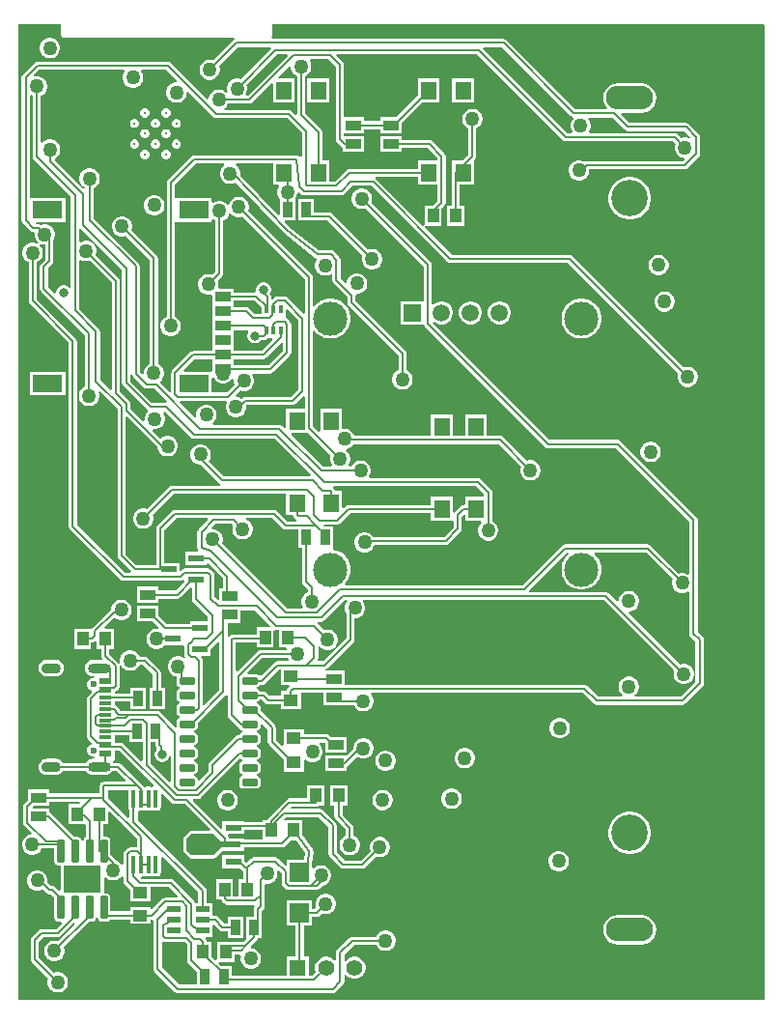
<source format=gbl>
G04*
G04 #@! TF.GenerationSoftware,Altium Limited,Altium Designer,24.5.2 (23)*
G04*
G04 Layer_Physical_Order=4*
G04 Layer_Color=16711680*
%FSLAX44Y44*%
%MOMM*%
G71*
G04*
G04 #@! TF.SameCoordinates,D1886AC5-69C4-4AC9-A439-FDEF45822962*
G04*
G04*
G04 #@! TF.FilePolarity,Positive*
G04*
G01*
G75*
%ADD13C,0.8000*%
%ADD19R,0.8500X1.3500*%
%ADD20R,1.4000X1.6000*%
%ADD31R,1.0000X1.2500*%
%ADD63C,0.1900*%
%ADD64O,1.7000X0.9000*%
%ADD65O,2.0000X0.9000*%
%ADD66C,0.6000*%
%ADD67O,4.1400X2.0700*%
%ADD68R,1.5080X1.5080*%
%ADD69C,0.3000*%
%ADD70C,1.5080*%
%ADD71C,1.4080*%
%ADD72R,1.4080X1.4080*%
%ADD73C,3.2000*%
%ADD74C,3.0000*%
%ADD75C,1.2700*%
%ADD94R,1.1400X0.6000*%
%ADD95R,1.1400X0.3000*%
%ADD96R,1.6800X1.7000*%
%ADD97R,0.3500X0.8000*%
%ADD98R,1.3401X0.8999*%
G04:AMPARAMS|DCode=99|XSize=1.31mm|YSize=0.62mm|CornerRadius=0.0775mm|HoleSize=0mm|Usage=FLASHONLY|Rotation=180.000|XOffset=0mm|YOffset=0mm|HoleType=Round|Shape=RoundedRectangle|*
%AMROUNDEDRECTD99*
21,1,1.3100,0.4650,0,0,180.0*
21,1,1.1550,0.6200,0,0,180.0*
1,1,0.1550,-0.5775,0.2325*
1,1,0.1550,0.5775,0.2325*
1,1,0.1550,0.5775,-0.2325*
1,1,0.1550,-0.5775,-0.2325*
%
%ADD99ROUNDEDRECTD99*%
G04:AMPARAMS|DCode=100|XSize=1.56mm|YSize=0.4mm|CornerRadius=0.05mm|HoleSize=0mm|Usage=FLASHONLY|Rotation=90.000|XOffset=0mm|YOffset=0mm|HoleType=Round|Shape=RoundedRectangle|*
%AMROUNDEDRECTD100*
21,1,1.5600,0.3000,0,0,90.0*
21,1,1.4600,0.4000,0,0,90.0*
1,1,0.1000,0.1500,0.7300*
1,1,0.1000,0.1500,-0.7300*
1,1,0.1000,-0.1500,-0.7300*
1,1,0.1000,-0.1500,0.7300*
%
%ADD100ROUNDEDRECTD100*%
%ADD101R,1.4000X0.6000*%
%ADD102R,1.2100X0.5900*%
%ADD103R,1.3500X0.8500*%
G04:AMPARAMS|DCode=104|XSize=1.97mm|YSize=0.6mm|CornerRadius=0.075mm|HoleSize=0mm|Usage=FLASHONLY|Rotation=270.000|XOffset=0mm|YOffset=0mm|HoleType=Round|Shape=RoundedRectangle|*
%AMROUNDEDRECTD104*
21,1,1.9700,0.4500,0,0,270.0*
21,1,1.8200,0.6000,0,0,270.0*
1,1,0.1500,-0.2250,-0.9100*
1,1,0.1500,-0.2250,0.9100*
1,1,0.1500,0.2250,0.9100*
1,1,0.1500,0.2250,-0.9100*
%
%ADD104ROUNDEDRECTD104*%
%ADD105R,1.2500X1.0000*%
%ADD106R,1.3500X0.6000*%
%ADD107R,1.3000X1.1000*%
%ADD108R,3.3020X2.4130*%
%ADD109R,1.8000X0.6000*%
%ADD110R,2.6101X1.5601*%
%ADD111C,0.1500*%
%ADD112C,0.1750*%
G36*
X138896Y961620D02*
X138275Y960120D01*
X137260D01*
X134999Y959514D01*
X132971Y958344D01*
X131316Y956689D01*
X130146Y954661D01*
X129540Y952400D01*
Y950060D01*
X130146Y947799D01*
X131316Y945771D01*
X132971Y944116D01*
X134999Y942946D01*
X137260Y942340D01*
X139600D01*
X141861Y942946D01*
X143889Y944116D01*
X145544Y945771D01*
X146714Y947799D01*
X147320Y950060D01*
Y951075D01*
X148820Y951696D01*
X170655Y929861D01*
X170655Y929861D01*
X171809Y929090D01*
X173171Y928819D01*
X235565D01*
X248410Y915974D01*
Y895352D01*
X247990Y895029D01*
X246356Y895072D01*
X246228Y895158D01*
X246131Y895278D01*
X245654Y895541D01*
X245202Y895844D01*
X245050Y895874D01*
X244915Y895948D01*
X244374Y896008D01*
X243840Y896114D01*
X153924D01*
X152562Y895844D01*
X151408Y895072D01*
X130834Y874498D01*
X130063Y873344D01*
X129792Y871982D01*
Y754971D01*
X127891Y753874D01*
X126236Y752219D01*
X125066Y750191D01*
X124460Y747930D01*
Y745590D01*
X125066Y743329D01*
X126236Y741301D01*
X127891Y739646D01*
X129919Y738476D01*
X132180Y737870D01*
X134520D01*
X136781Y738476D01*
X138809Y739646D01*
X140464Y741301D01*
X141634Y743329D01*
X142240Y745590D01*
Y747930D01*
X141634Y750191D01*
X140464Y752219D01*
X138809Y753874D01*
X136908Y754971D01*
Y837438D01*
X138229Y837870D01*
Y837870D01*
X169410D01*
Y839456D01*
X170910Y840030D01*
X172464Y839133D01*
Y794462D01*
X169511Y791509D01*
X167439Y792064D01*
X165098D01*
X162837Y791458D01*
X160810Y790288D01*
X159155Y788633D01*
X157984Y786605D01*
X157379Y784344D01*
Y782004D01*
X157984Y779743D01*
X159155Y777715D01*
X160810Y776060D01*
X162837Y774890D01*
X165098Y774284D01*
X167439D01*
X168330Y774523D01*
X169830Y773372D01*
Y765169D01*
Y752420D01*
Y739670D01*
Y724769D01*
X153284D01*
X153283Y724769D01*
X151922Y724498D01*
X150767Y723726D01*
X150767Y723726D01*
X134763Y707722D01*
X133992Y706568D01*
X133721Y705206D01*
Y689042D01*
X132335Y688468D01*
X123900Y696904D01*
X124077Y698244D01*
X125732Y699899D01*
X126902Y701927D01*
X127508Y704188D01*
Y706528D01*
X126902Y708789D01*
X125732Y710817D01*
X124077Y712472D01*
X122176Y713569D01*
Y805942D01*
X121905Y807304D01*
X121134Y808458D01*
X99000Y830592D01*
X99568Y832712D01*
Y835052D01*
X98962Y837313D01*
X97792Y839341D01*
X96137Y840996D01*
X94109Y842166D01*
X91848Y842772D01*
X89508D01*
X87247Y842166D01*
X85219Y840996D01*
X83564Y839341D01*
X82394Y837313D01*
X81788Y835052D01*
Y832712D01*
X82394Y830451D01*
X83564Y828423D01*
X85219Y826768D01*
X87247Y825598D01*
X89508Y824992D01*
X91848D01*
X93968Y825560D01*
X115060Y804468D01*
Y713569D01*
X113159Y712472D01*
X111504Y710817D01*
X110334Y708789D01*
X109728Y706528D01*
Y704892D01*
X108228Y704270D01*
X106174Y706324D01*
Y799152D01*
X106174Y799152D01*
X105904Y800514D01*
X105132Y801668D01*
X105132Y801668D01*
X65788Y841012D01*
Y867581D01*
X67689Y868678D01*
X69344Y870333D01*
X70514Y872361D01*
X71120Y874622D01*
Y876962D01*
X70514Y879223D01*
X69344Y881251D01*
X67689Y882906D01*
X65661Y884076D01*
X63400Y884682D01*
X61060D01*
X58799Y884076D01*
X56771Y882906D01*
X55116Y881251D01*
X53946Y879223D01*
X53340Y876962D01*
Y874622D01*
X53946Y872361D01*
X55116Y870333D01*
X56771Y868678D01*
X57865Y868047D01*
X57835Y867594D01*
X56294Y867014D01*
X31632Y891676D01*
X31826Y893472D01*
X32891Y894086D01*
X34546Y895742D01*
X35716Y897769D01*
X36322Y900030D01*
Y902371D01*
X35716Y904632D01*
X34546Y906659D01*
X32891Y908314D01*
X30863Y909484D01*
X28602Y910090D01*
X26262D01*
X24001Y909484D01*
X21973Y908314D01*
X21060Y907401D01*
X19560Y908022D01*
Y948353D01*
X21461Y949450D01*
X23116Y951105D01*
X24286Y953133D01*
X24892Y955394D01*
Y957734D01*
X24286Y959995D01*
X23116Y962023D01*
X21461Y963678D01*
X19433Y964848D01*
X17172Y965454D01*
X14832D01*
X14059Y965247D01*
X13282Y966592D01*
X17730Y971040D01*
X92429D01*
X93010Y969540D01*
X92046Y967869D01*
X91440Y965608D01*
Y963268D01*
X92046Y961007D01*
X93216Y958979D01*
X94871Y957324D01*
X96899Y956154D01*
X99160Y955548D01*
X101500D01*
X103761Y956154D01*
X105789Y957324D01*
X107444Y958979D01*
X108614Y961007D01*
X109220Y963268D01*
Y965608D01*
X108614Y967869D01*
X107650Y969540D01*
X108231Y971040D01*
X129476D01*
X138896Y961620D01*
D02*
G37*
G36*
X235875Y983350D02*
X201125Y948599D01*
X199692Y948736D01*
X199031Y950023D01*
X199800Y951355D01*
X200406Y953616D01*
Y955956D01*
X199838Y958076D01*
X226498Y984735D01*
X235301D01*
X235875Y983350D01*
D02*
G37*
G36*
X238760Y974048D02*
Y972842D01*
X239366Y970581D01*
X240536Y968554D01*
X242191Y966899D01*
X244092Y965802D01*
Y932478D01*
X242592Y931857D01*
X239555Y934893D01*
X238401Y935665D01*
X237039Y935936D01*
X180802D01*
X180400Y937436D01*
X180973Y937766D01*
X182628Y939421D01*
X183725Y941322D01*
X202438D01*
X203800Y941592D01*
X204954Y942364D01*
X221724Y959134D01*
X223110Y958560D01*
Y942400D01*
X242190D01*
Y963480D01*
X228030D01*
X227456Y964866D01*
X237260Y974670D01*
X238760Y974048D01*
D02*
G37*
G36*
X484402Y930426D02*
X485556Y929654D01*
X485677Y929631D01*
X486171Y928003D01*
X485646Y927479D01*
X484476Y925451D01*
X483870Y923190D01*
Y920850D01*
X484476Y918589D01*
X485440Y916918D01*
X484859Y915418D01*
X481280D01*
X407093Y989606D01*
X407714Y991106D01*
X423722D01*
X484402Y930426D01*
D02*
G37*
G36*
X531646Y918488D02*
X531646Y918488D01*
X532800Y917717D01*
X534162Y917446D01*
X583742D01*
X588990Y912197D01*
X588069Y910997D01*
X587642Y911244D01*
X585381Y911850D01*
X583040D01*
X580920Y911282D01*
X577826Y914376D01*
X576672Y915147D01*
X575310Y915418D01*
X500661D01*
X500080Y916918D01*
X501044Y918589D01*
X501650Y920850D01*
Y923190D01*
X501044Y925451D01*
X499874Y927479D01*
X499469Y927884D01*
X500090Y929384D01*
X520750D01*
X531646Y918488D01*
D02*
G37*
G36*
X654050Y1009650D02*
Y156210D01*
X0D01*
Y1010920D01*
X37360D01*
Y1002000D01*
X37557Y1001009D01*
X38119Y1000169D01*
X38959Y999607D01*
X39950Y999410D01*
X188936D01*
X189352Y998023D01*
X189331Y997910D01*
X188238Y997180D01*
X188238Y997180D01*
X170676Y979618D01*
X168556Y980186D01*
X166216D01*
X163955Y979580D01*
X161927Y978410D01*
X160272Y976755D01*
X159102Y974727D01*
X158496Y972466D01*
Y970126D01*
X159102Y967865D01*
X160272Y965837D01*
X161927Y964182D01*
X163955Y963012D01*
X166216Y962406D01*
X168556D01*
X170817Y963012D01*
X172845Y964182D01*
X174500Y965837D01*
X175670Y967865D01*
X176276Y970126D01*
Y972466D01*
X175708Y974586D01*
X192228Y991106D01*
X220682D01*
X221303Y989606D01*
X194806Y963108D01*
X192686Y963676D01*
X190346D01*
X188085Y963070D01*
X186057Y961900D01*
X184402Y960245D01*
X183232Y958217D01*
X182626Y955956D01*
Y953616D01*
X183048Y952039D01*
X181703Y951263D01*
X180973Y951994D01*
X178945Y953164D01*
X176684Y953770D01*
X174344D01*
X172083Y953164D01*
X170055Y951994D01*
X168400Y950339D01*
X167230Y948311D01*
X166624Y946050D01*
Y945916D01*
X165238Y945342D01*
X133466Y977114D01*
X132312Y977886D01*
X130950Y978156D01*
X16256D01*
X16256Y978156D01*
X14894Y977886D01*
X13740Y977114D01*
X3645Y967020D01*
X2874Y965865D01*
X2603Y964503D01*
Y838897D01*
X2603Y838896D01*
X2874Y837535D01*
X3645Y836380D01*
X10067Y829959D01*
X10067Y829959D01*
X11221Y829188D01*
X12583Y828917D01*
X13221D01*
X13970Y827940D01*
Y825600D01*
X14576Y823339D01*
X15746Y821311D01*
X17161Y819896D01*
X16240Y818696D01*
X15623Y819052D01*
X13362Y819658D01*
X11022D01*
X8761Y819052D01*
X6733Y817882D01*
X5078Y816227D01*
X3908Y814199D01*
X3302Y811938D01*
Y809598D01*
X3908Y807337D01*
X5078Y805309D01*
X6733Y803654D01*
X8634Y802557D01*
Y768604D01*
X8905Y767242D01*
X9676Y766088D01*
X43940Y731824D01*
Y570992D01*
X44211Y569630D01*
X44982Y568476D01*
X89178Y524280D01*
X89178Y524280D01*
X90332Y523508D01*
X91694Y523238D01*
X91694Y523238D01*
X141732D01*
X143094Y523508D01*
X144044Y524143D01*
X144823Y523980D01*
X145642Y523553D01*
X145734Y522906D01*
X137556Y514728D01*
X122320D01*
Y517960D01*
X103740D01*
Y504380D01*
X122320D01*
Y507612D01*
X139030D01*
X140392Y507882D01*
X141546Y508654D01*
X150452Y517559D01*
X151952Y516938D01*
Y507047D01*
X152222Y505685D01*
X152994Y504531D01*
X166002Y491523D01*
Y487480D01*
X150030D01*
Y485499D01*
X129734D01*
X122320Y492912D01*
Y501460D01*
X103740D01*
Y487880D01*
X117288D01*
X122397Y482770D01*
X122280Y482247D01*
X121716Y481330D01*
X119734D01*
X117473Y480724D01*
X115445Y479554D01*
X113790Y477899D01*
X112620Y475871D01*
X112014Y473610D01*
Y471270D01*
X112620Y469009D01*
X113790Y466981D01*
X115445Y465326D01*
X117473Y464156D01*
X119734Y463550D01*
X122074D01*
X124335Y464156D01*
X126363Y465326D01*
X127936Y466900D01*
X143618D01*
X144611Y466897D01*
X145032Y465575D01*
Y458984D01*
X145302Y457623D01*
X145901Y456727D01*
X145230Y455765D01*
X144959Y455539D01*
X143131Y456594D01*
X140870Y457200D01*
X138530D01*
X136269Y456594D01*
X134241Y455424D01*
X132586Y453769D01*
X131416Y451741D01*
X130810Y449480D01*
Y447140D01*
X131416Y444879D01*
X132586Y442851D01*
X134241Y441196D01*
X136269Y440026D01*
X137540Y439685D01*
X138534Y439342D01*
X138605Y437935D01*
Y433285D01*
X138862Y431992D01*
X139595Y430895D01*
X140691Y430162D01*
X141383Y430025D01*
Y428495D01*
X140691Y428358D01*
X139595Y427625D01*
X138862Y426528D01*
X138605Y425235D01*
Y420585D01*
X138862Y419292D01*
X139595Y418195D01*
X140691Y417462D01*
X141383Y417325D01*
Y415795D01*
X140691Y415658D01*
X139595Y414925D01*
X138862Y413828D01*
X138605Y412535D01*
Y407885D01*
X138862Y406592D01*
X139595Y405495D01*
X140691Y404762D01*
X141383Y404625D01*
Y403095D01*
X140691Y402958D01*
X139595Y402225D01*
X138862Y401128D01*
X138605Y399835D01*
Y395654D01*
X137391Y395018D01*
X137152Y394985D01*
X123781Y408356D01*
X122627Y409128D01*
X121265Y409398D01*
X120240Y409195D01*
X97000D01*
X95975Y409398D01*
X94950Y409195D01*
X88765D01*
X88482Y409478D01*
X88339Y410196D01*
X87612Y411284D01*
X85684Y413212D01*
X84596Y413939D01*
X84490Y413960D01*
Y417696D01*
X97990D01*
Y411080D01*
X111570D01*
Y429660D01*
X97990D01*
Y424405D01*
X84490D01*
Y426140D01*
X84596Y426161D01*
X85684Y426888D01*
X87612Y428815D01*
X88339Y429904D01*
X88594Y431187D01*
Y448527D01*
X88591Y448543D01*
X90014Y449078D01*
X90676Y447931D01*
X92331Y446276D01*
X94359Y445106D01*
X96620Y444500D01*
X98960D01*
X101221Y445106D01*
X103249Y446276D01*
X104904Y447931D01*
X106001Y449832D01*
X109016D01*
X117722Y441126D01*
Y429660D01*
X114490D01*
Y411080D01*
X128070D01*
Y429660D01*
X124838D01*
Y442600D01*
X124567Y443962D01*
X123796Y445116D01*
X113006Y455906D01*
X111852Y456678D01*
X110490Y456948D01*
X106001D01*
X104904Y458849D01*
X103249Y460504D01*
X101221Y461674D01*
X98960Y462280D01*
X96620D01*
X94359Y461674D01*
X92331Y460504D01*
X90676Y458849D01*
X89506Y456821D01*
X88900Y454560D01*
Y452220D01*
X89145Y451303D01*
X87761Y450676D01*
X87612Y450899D01*
X79394Y459116D01*
Y463650D01*
X83580D01*
Y481230D01*
X75637D01*
X75062Y482616D01*
X83942Y491496D01*
X84711Y490726D01*
X86739Y489556D01*
X89000Y488950D01*
X91340D01*
X93601Y489556D01*
X95629Y490726D01*
X97284Y492381D01*
X98454Y494409D01*
X99060Y496670D01*
Y499010D01*
X98454Y501271D01*
X97284Y503299D01*
X95629Y504954D01*
X93601Y506124D01*
X91340Y506730D01*
X89000D01*
X86739Y506124D01*
X84711Y504954D01*
X83056Y503299D01*
X81886Y501271D01*
X81280Y499010D01*
Y498696D01*
X80672Y498290D01*
X64650Y482268D01*
X63580Y481230D01*
X48500D01*
Y463650D01*
X63580D01*
Y468882D01*
X63890D01*
X65252Y469152D01*
X66406Y469924D01*
X67114Y470632D01*
X68500Y470058D01*
Y463650D01*
X72685D01*
Y457727D01*
X72941Y456443D01*
X73637Y455401D01*
X73511Y454744D01*
X73162Y453901D01*
X64950D01*
X63112Y453659D01*
X61400Y452950D01*
X59929Y451821D01*
X58801Y450351D01*
X58091Y448638D01*
X57849Y446800D01*
X58091Y444962D01*
X58801Y443250D01*
X59929Y441779D01*
X61400Y440651D01*
X63112Y439941D01*
X64950Y439700D01*
X66689D01*
X66767Y439442D01*
X65640Y437990D01*
X64448D01*
X62412Y437147D01*
X60853Y435588D01*
X60010Y433552D01*
Y431348D01*
X60853Y429312D01*
X62412Y427754D01*
X63701Y427220D01*
X64127Y425524D01*
X60848Y422245D01*
X60848Y422245D01*
X60848Y422245D01*
X60486Y421704D01*
X60121Y421157D01*
X60121Y421157D01*
X60121Y421157D01*
X60004Y420570D01*
X59865Y419873D01*
X59865Y419873D01*
X59865Y419873D01*
Y387227D01*
X59865Y387227D01*
X59865Y387227D01*
X60004Y386530D01*
X60121Y385943D01*
X60121Y385943D01*
X60121Y385943D01*
X60486Y385396D01*
X60848Y384855D01*
X60848Y384855D01*
X60848Y384855D01*
X64127Y381576D01*
X63701Y379881D01*
X62412Y379347D01*
X60853Y377788D01*
X60010Y375752D01*
Y373548D01*
X60853Y371512D01*
X62412Y369953D01*
X64448Y369110D01*
X65640D01*
X66767Y367658D01*
X66689Y367401D01*
X64950D01*
X63112Y367159D01*
X61400Y366449D01*
X59929Y365321D01*
X58807Y363858D01*
X38893D01*
X37771Y365321D01*
X36301Y366449D01*
X34588Y367159D01*
X32750Y367401D01*
X24750D01*
X22912Y367159D01*
X21200Y366449D01*
X19729Y365321D01*
X18601Y363850D01*
X17891Y362138D01*
X17650Y360300D01*
X17891Y358462D01*
X18601Y356750D01*
X19729Y355279D01*
X21200Y354151D01*
X22912Y353441D01*
X24750Y353199D01*
X32750D01*
X34588Y353441D01*
X36301Y354151D01*
X37771Y355279D01*
X38893Y356742D01*
X58807D01*
X59929Y355279D01*
X61400Y354151D01*
X63112Y353441D01*
X64950Y353199D01*
X75950D01*
X77788Y353441D01*
X79500Y354151D01*
X80971Y355279D01*
X82093Y356742D01*
X85738D01*
X93916Y348564D01*
X93342Y347178D01*
X74560D01*
X73198Y346907D01*
X72044Y346136D01*
X71273Y344982D01*
X71002Y343620D01*
Y336928D01*
X27070D01*
Y340160D01*
X8490D01*
Y331612D01*
X5024Y328146D01*
X4253Y326992D01*
X3982Y325630D01*
Y311174D01*
X4253Y309813D01*
X5024Y308658D01*
X5024Y308658D01*
X11331Y302351D01*
X11141Y301892D01*
X10612Y300948D01*
X8507Y300384D01*
X6479Y299214D01*
X4824Y297559D01*
X3654Y295531D01*
X3048Y293270D01*
Y290930D01*
X3654Y288669D01*
X4824Y286641D01*
X6479Y284986D01*
X8507Y283816D01*
X10768Y283210D01*
X13108D01*
X15369Y283816D01*
X17397Y284986D01*
X19052Y286641D01*
X20149Y288542D01*
X31226D01*
Y277270D01*
X31481Y275986D01*
X32208Y274898D01*
X33296Y274171D01*
X34580Y273915D01*
X36830D01*
Y252102D01*
X35444Y251528D01*
X32234Y254738D01*
X31080Y255509D01*
X29718Y255780D01*
X28144D01*
X25008Y258917D01*
X25146Y259434D01*
Y261774D01*
X24540Y264035D01*
X23370Y266063D01*
X21715Y267718D01*
X19687Y268888D01*
X17426Y269494D01*
X15086D01*
X12825Y268888D01*
X10797Y267718D01*
X9142Y266063D01*
X7972Y264035D01*
X7366Y261774D01*
Y259434D01*
X7972Y257173D01*
X9142Y255145D01*
X10797Y253490D01*
X12825Y252320D01*
X15086Y251714D01*
X17426D01*
X19687Y252320D01*
X20862Y252998D01*
X24154Y249706D01*
X24154Y249706D01*
X25308Y248934D01*
X26670Y248664D01*
X28244D01*
X31226Y245682D01*
Y227770D01*
X31481Y226486D01*
X32208Y225398D01*
X33296Y224671D01*
X34580Y224415D01*
X36933D01*
X37507Y223029D01*
X32666Y218188D01*
X20320D01*
X18958Y217917D01*
X17804Y217146D01*
X17804Y217146D01*
X11454Y210796D01*
X10682Y209642D01*
X10412Y208280D01*
Y191770D01*
X10682Y190408D01*
X11454Y189254D01*
X25968Y174740D01*
X25400Y172620D01*
Y170280D01*
X26006Y168019D01*
X27176Y165991D01*
X28831Y164336D01*
X30859Y163166D01*
X33120Y162560D01*
X35460D01*
X37721Y163166D01*
X39749Y164336D01*
X41404Y165991D01*
X42574Y168019D01*
X43180Y170280D01*
Y172620D01*
X42574Y174881D01*
X41404Y176909D01*
X39749Y178564D01*
X37721Y179734D01*
X35460Y180340D01*
X33120D01*
X31000Y179772D01*
X17528Y193244D01*
Y206806D01*
X21794Y211072D01*
X34140D01*
X35502Y211343D01*
X36656Y212114D01*
X48287Y223745D01*
X48721Y223665D01*
X49224Y222046D01*
X34520Y207342D01*
X32401Y207910D01*
X30060D01*
X27799Y207304D01*
X25772Y206134D01*
X24116Y204479D01*
X22946Y202452D01*
X22340Y200191D01*
Y197850D01*
X22946Y195589D01*
X24116Y193562D01*
X25772Y191906D01*
X27799Y190736D01*
X30060Y190130D01*
X32401D01*
X34662Y190736D01*
X36689Y191906D01*
X38344Y193562D01*
X39515Y195589D01*
X40120Y197850D01*
Y200191D01*
X39552Y202310D01*
X61658Y224415D01*
X64480D01*
X65764Y224671D01*
X66852Y225398D01*
X67579Y226486D01*
X67835Y227770D01*
X69325D01*
X69581Y226486D01*
X70308Y225398D01*
X71396Y224671D01*
X72680Y224415D01*
X77180D01*
X78464Y224671D01*
X79552Y225398D01*
X80269Y226472D01*
X97890D01*
Y222490D01*
X115470D01*
Y226294D01*
X116957Y226503D01*
X118362Y225360D01*
Y183388D01*
X118632Y182026D01*
X119404Y180872D01*
X137184Y163092D01*
X137184Y163092D01*
X138338Y162320D01*
X139700Y162050D01*
X275590D01*
X276952Y162320D01*
X278106Y163092D01*
X284456Y169442D01*
X284456Y169442D01*
X285228Y170596D01*
X285498Y171958D01*
Y177824D01*
X286885Y178241D01*
X286998Y178244D01*
X288758Y176484D01*
X290942Y175223D01*
X293379Y174570D01*
X295901D01*
X298338Y175223D01*
X300522Y176484D01*
X302306Y178268D01*
X303567Y180452D01*
X304220Y182889D01*
Y185411D01*
X303567Y187848D01*
X302306Y190032D01*
X300522Y191816D01*
X298338Y193077D01*
X295901Y193730D01*
X293379D01*
X290942Y193077D01*
X288758Y191816D01*
X286998Y190056D01*
X286885Y190059D01*
X285498Y190476D01*
Y195630D01*
X294082Y204214D01*
X313607D01*
X314704Y202313D01*
X316359Y200658D01*
X318387Y199488D01*
X320648Y198882D01*
X322988D01*
X325249Y199488D01*
X327277Y200658D01*
X328932Y202313D01*
X330102Y204341D01*
X330708Y206602D01*
Y208942D01*
X330102Y211203D01*
X328932Y213231D01*
X327277Y214886D01*
X325249Y216056D01*
X322988Y216662D01*
X320648D01*
X318387Y216056D01*
X316359Y214886D01*
X314704Y213231D01*
X313607Y211330D01*
X292608D01*
X292608Y211330D01*
X291246Y211059D01*
X290092Y210288D01*
X290092Y210288D01*
X279424Y199620D01*
X278652Y198466D01*
X278382Y197104D01*
Y191056D01*
X276882Y190456D01*
X275522Y191816D01*
X273337Y193077D01*
X270901Y193730D01*
X268379D01*
X265942Y193077D01*
X263757Y191816D01*
X261974Y190032D01*
X260713Y187848D01*
X260060Y185411D01*
Y182889D01*
X260713Y180452D01*
X260785Y180327D01*
X257636Y177178D01*
X254220D01*
Y193730D01*
X249938D01*
Y221250D01*
X257320D01*
Y228732D01*
X261500D01*
X262862Y229003D01*
X264016Y229774D01*
X265950Y231708D01*
X268070Y231140D01*
X270410D01*
X272671Y231746D01*
X274699Y232916D01*
X276354Y234571D01*
X277524Y236599D01*
X278130Y238860D01*
Y241200D01*
X277524Y243461D01*
X276354Y245489D01*
X274699Y247144D01*
X272671Y248314D01*
X270410Y248920D01*
X268070D01*
X265809Y248314D01*
X263781Y247144D01*
X262126Y245489D01*
X260956Y243461D01*
X260350Y241200D01*
Y238860D01*
X260846Y237009D01*
X259855Y235849D01*
X257320D01*
Y243330D01*
X235440D01*
Y221250D01*
X242822D01*
Y193730D01*
X235060D01*
Y177178D01*
X186490D01*
Y185820D01*
X177532D01*
X175408Y187944D01*
X175982Y189330D01*
X188990D01*
Y195832D01*
X193904D01*
X195055Y194332D01*
X194818Y193448D01*
Y191108D01*
X195424Y188847D01*
X196594Y186819D01*
X198249Y185164D01*
X200277Y183994D01*
X202538Y183388D01*
X204878D01*
X207139Y183994D01*
X209167Y185164D01*
X210822Y186819D01*
X211992Y188847D01*
X212598Y191108D01*
Y193448D01*
X211992Y195709D01*
X210822Y197737D01*
X209167Y199392D01*
X207139Y200562D01*
X204878Y201168D01*
X204004D01*
X203382Y202668D01*
X208886Y208172D01*
X209657Y209326D01*
X209875Y210420D01*
X213160D01*
Y222666D01*
X213228Y223010D01*
Y233896D01*
X214606Y235274D01*
X215378Y236428D01*
X215648Y237790D01*
X215648Y237790D01*
Y247650D01*
X215648Y247650D01*
X215648Y247650D01*
Y256956D01*
X216762Y257810D01*
X219102D01*
X221363Y258416D01*
X223391Y259586D01*
X225046Y261241D01*
X226216Y263269D01*
X226822Y265530D01*
Y267870D01*
X226522Y268990D01*
X227867Y269767D01*
X230884Y266750D01*
Y258064D01*
X231154Y256702D01*
X231926Y255548D01*
X233958Y253516D01*
X235112Y252745D01*
X236474Y252474D01*
X261112D01*
X262474Y252745D01*
X263628Y253516D01*
X266417Y256305D01*
X268607Y256892D01*
X270635Y258062D01*
X272290Y259717D01*
X273460Y261745D01*
X274066Y264006D01*
Y266346D01*
X273460Y268607D01*
X272290Y270635D01*
X270635Y272290D01*
X268607Y273460D01*
X266346Y274066D01*
X264006D01*
X261745Y273460D01*
X259717Y272290D01*
X258820Y271392D01*
X257320Y272014D01*
Y275115D01*
X257369Y275275D01*
X258438Y285647D01*
X258421Y285831D01*
X258457Y286012D01*
X258376Y286416D01*
X258362Y286827D01*
X258318Y286924D01*
X258308Y287030D01*
X258222Y287193D01*
X258186Y287374D01*
X257957Y287716D01*
X257786Y288091D01*
X248680Y300743D01*
Y313590D01*
X233607D01*
X232552Y314656D01*
X234124Y316228D01*
X262940D01*
X271778Y307390D01*
Y283718D01*
X272048Y282356D01*
X272820Y281202D01*
X281964Y272058D01*
X283118Y271287D01*
X284480Y271016D01*
X301498D01*
X302860Y271287D01*
X304014Y272058D01*
X313448Y281492D01*
X315568Y280924D01*
X317908D01*
X320169Y281530D01*
X322197Y282700D01*
X323852Y284355D01*
X325022Y286383D01*
X325628Y288644D01*
Y290984D01*
X325022Y293245D01*
X323852Y295273D01*
X322197Y296928D01*
X320169Y298098D01*
X317908Y298704D01*
X315568D01*
X313307Y298098D01*
X311279Y296928D01*
X309624Y295273D01*
X308454Y293245D01*
X307848Y290984D01*
Y288644D01*
X308416Y286524D01*
X300024Y278132D01*
X285954D01*
X278894Y285192D01*
Y308864D01*
X278894Y308864D01*
X278624Y310226D01*
X277852Y311380D01*
X266930Y322302D01*
X265776Y323074D01*
X264414Y323344D01*
X239514D01*
X238773Y324844D01*
X239227Y325438D01*
X260510D01*
X261872Y325709D01*
X263026Y326480D01*
X263033Y326490D01*
X268050D01*
Y344070D01*
X252970D01*
Y332554D01*
X237208D01*
X235846Y332284D01*
X234692Y331512D01*
X234692Y331512D01*
X218624Y315444D01*
X217852Y314290D01*
X217713Y313590D01*
X213600D01*
Y311929D01*
X197720D01*
Y312640D01*
X178640D01*
Y306838D01*
X177254Y306264D01*
X152782Y330736D01*
X153356Y332121D01*
X157141D01*
X158502Y332392D01*
X159657Y333164D01*
X193952Y367458D01*
X194595Y367395D01*
X195692Y366662D01*
X196384Y366525D01*
Y364995D01*
X195692Y364858D01*
X194595Y364125D01*
X193862Y363028D01*
X193605Y361735D01*
Y357085D01*
X193862Y355792D01*
X194595Y354695D01*
X195692Y353962D01*
X196384Y353825D01*
Y352295D01*
X195692Y352158D01*
X194595Y351425D01*
X193862Y350328D01*
X193605Y349035D01*
Y344385D01*
X193862Y343092D01*
X194595Y341995D01*
X195692Y341262D01*
X196985Y341005D01*
X208535D01*
X209828Y341262D01*
X210925Y341995D01*
X211658Y343092D01*
X211915Y344385D01*
Y349035D01*
X211658Y350328D01*
X210925Y351425D01*
X209828Y352158D01*
X209137Y352295D01*
Y353825D01*
X209828Y353962D01*
X210925Y354695D01*
X211658Y355792D01*
X211915Y357085D01*
Y361735D01*
X211658Y363028D01*
X210925Y364125D01*
X209828Y364858D01*
X209137Y364995D01*
Y366525D01*
X209828Y366662D01*
X210925Y367395D01*
X211658Y368492D01*
X211915Y369785D01*
Y374435D01*
X211658Y375728D01*
X210925Y376825D01*
X209828Y377558D01*
X209137Y377695D01*
Y379225D01*
X209828Y379362D01*
X210925Y380095D01*
X211658Y381192D01*
X211915Y382485D01*
Y387135D01*
X211658Y388428D01*
X210925Y389525D01*
X209828Y390258D01*
X209137Y390395D01*
Y391925D01*
X209828Y392062D01*
X210925Y392795D01*
X211658Y393892D01*
X211915Y395185D01*
Y397513D01*
X213301Y398087D01*
X218497Y392891D01*
Y382396D01*
X218767Y381034D01*
X219539Y379879D01*
X232260Y367158D01*
Y356110D01*
X250340D01*
Y366011D01*
X251840Y366632D01*
X252097Y366375D01*
X254125Y365205D01*
X256386Y364599D01*
X258726D01*
X260987Y365205D01*
X263015Y366375D01*
X264670Y368030D01*
X265840Y370057D01*
X266446Y372318D01*
Y374659D01*
X265840Y376920D01*
X264670Y378947D01*
X263526Y380092D01*
X264147Y381591D01*
X268736D01*
X268840Y381488D01*
Y372940D01*
X287420D01*
Y386520D01*
X273872D01*
X272726Y387666D01*
X271572Y388437D01*
X270210Y388708D01*
X250340D01*
Y393190D01*
X232260D01*
Y379183D01*
X230874Y378609D01*
X225613Y383869D01*
Y394365D01*
X225613Y394365D01*
X225342Y395727D01*
X224571Y396881D01*
X211915Y409537D01*
Y412535D01*
X211658Y413828D01*
X210925Y414925D01*
X209828Y415658D01*
X209137Y415795D01*
Y417325D01*
X209828Y417462D01*
X210925Y418195D01*
X211658Y419292D01*
X211670Y419352D01*
X213156D01*
X216264Y416244D01*
X217418Y415473D01*
X218780Y415202D01*
X229720D01*
Y410720D01*
X247800D01*
Y425194D01*
X267570D01*
Y414220D01*
X286150D01*
Y414272D01*
X294049D01*
X295146Y412371D01*
X296801Y410716D01*
X298829Y409546D01*
X301090Y408940D01*
X303430D01*
X305691Y409546D01*
X307719Y410716D01*
X309374Y412371D01*
X310544Y414399D01*
X311150Y416660D01*
Y419000D01*
X310544Y421261D01*
X309374Y423289D01*
X308969Y423694D01*
X309590Y425194D01*
X494588D01*
X504214Y415568D01*
X504214Y415568D01*
X505368Y414796D01*
X506730Y414526D01*
X506730Y414526D01*
X581914D01*
X583276Y414796D01*
X584430Y415568D01*
X599670Y430808D01*
X600442Y431962D01*
X600712Y433324D01*
Y471424D01*
X600712Y471424D01*
X600442Y472786D01*
X599670Y473940D01*
X595378Y478232D01*
Y576834D01*
X595107Y578196D01*
X594336Y579350D01*
X594336Y579350D01*
X528042Y645644D01*
X526888Y646415D01*
X525526Y646686D01*
X465786D01*
X363226Y749246D01*
X363256Y749397D01*
X363954Y749761D01*
X364902Y749979D01*
X366949Y748797D01*
X369513Y748110D01*
X372167D01*
X374731Y748797D01*
X377029Y750124D01*
X378906Y752001D01*
X380233Y754299D01*
X380920Y756863D01*
Y759517D01*
X380233Y762081D01*
X378906Y764379D01*
X377029Y766256D01*
X374731Y767583D01*
X372167Y768270D01*
X369513D01*
X366949Y767583D01*
X364651Y766256D01*
X363706Y765312D01*
X362206Y765933D01*
Y800354D01*
X362206Y800354D01*
X361936Y801716D01*
X361164Y802870D01*
X309312Y854722D01*
X309880Y856842D01*
Y859182D01*
X309274Y861443D01*
X308104Y863471D01*
X306449Y865126D01*
X304421Y866296D01*
X302160Y866902D01*
X299820D01*
X297559Y866296D01*
X295531Y865126D01*
X293876Y863471D01*
X292706Y861443D01*
X292100Y859182D01*
Y856842D01*
X292706Y854581D01*
X293876Y852553D01*
X295531Y850898D01*
X297559Y849728D01*
X299820Y849122D01*
X302160D01*
X304280Y849690D01*
X355090Y798880D01*
Y768270D01*
X335360D01*
Y748110D01*
X355225D01*
X355360Y747430D01*
X356132Y746276D01*
X461796Y640612D01*
X461796Y640612D01*
X462950Y639841D01*
X464312Y639570D01*
X524052D01*
X588262Y575360D01*
Y529597D01*
X586762Y528886D01*
X585271Y529746D01*
X583010Y530352D01*
X580670D01*
X578550Y529784D01*
X554130Y554204D01*
X552976Y554976D01*
X551614Y555246D01*
X479044D01*
X479044Y555246D01*
X477682Y554976D01*
X476528Y554204D01*
X441562Y519238D01*
X286515D01*
X285894Y520738D01*
X287164Y522009D01*
X289084Y524882D01*
X290406Y528074D01*
X291080Y531463D01*
Y534918D01*
X290406Y538306D01*
X289084Y541498D01*
X287164Y544371D01*
X284721Y546814D01*
X281849Y548734D01*
X278656Y550056D01*
X275644Y550655D01*
X275390Y552050D01*
X275390Y552050D01*
X275390Y552050D01*
Y570630D01*
X267657D01*
X267318Y571088D01*
X268074Y572588D01*
X277096D01*
X277343Y572539D01*
X278917D01*
X280279Y572809D01*
X281433Y573581D01*
X290594Y582742D01*
X361540D01*
Y575760D01*
X380620D01*
X381506Y574627D01*
Y570434D01*
X372922Y561850D01*
X310754D01*
X310390Y562481D01*
X308735Y564136D01*
X306707Y565306D01*
X304446Y565912D01*
X302106D01*
X299845Y565306D01*
X297817Y564136D01*
X296162Y562481D01*
X294992Y560453D01*
X294386Y558192D01*
Y555852D01*
X294992Y553591D01*
X296162Y551563D01*
X297817Y549908D01*
X299845Y548738D01*
X302106Y548132D01*
X304446D01*
X306707Y548738D01*
X308735Y549908D01*
X310390Y551563D01*
X311560Y553591D01*
X311866Y554734D01*
X374396D01*
X375758Y555005D01*
X376912Y555776D01*
X387580Y566444D01*
X387580Y566444D01*
X388352Y567598D01*
X388622Y568960D01*
X388622Y568960D01*
Y579746D01*
X390154Y581278D01*
X391540Y580704D01*
Y575760D01*
X405457D01*
X405657Y575465D01*
X405986Y574260D01*
X404620Y572895D01*
X403450Y570867D01*
X402844Y568606D01*
Y566266D01*
X403450Y564005D01*
X404620Y561977D01*
X406275Y560322D01*
X408303Y559152D01*
X410564Y558546D01*
X412904D01*
X415165Y559152D01*
X417193Y560322D01*
X418848Y561977D01*
X420018Y564005D01*
X420624Y566266D01*
Y568606D01*
X420018Y570867D01*
X418848Y572895D01*
X417193Y574550D01*
X415292Y575647D01*
Y600710D01*
X415292Y600710D01*
X415022Y602072D01*
X414250Y603226D01*
X405360Y612116D01*
X404206Y612887D01*
X402844Y613158D01*
X307875D01*
X307294Y614658D01*
X308258Y616329D01*
X308864Y618590D01*
Y620930D01*
X308258Y623191D01*
X307088Y625219D01*
X305433Y626874D01*
X303405Y628044D01*
X301144Y628650D01*
X298804D01*
X296543Y628044D01*
X294515Y626874D01*
X292860Y625219D01*
X291763Y623318D01*
X289841D01*
X289260Y624818D01*
X290224Y626489D01*
X290830Y628750D01*
Y631090D01*
X290224Y633351D01*
X289054Y635379D01*
X287399Y637034D01*
X286920Y637310D01*
X286920Y638099D01*
X287195Y638884D01*
X289181Y639416D01*
X291209Y640586D01*
X292864Y642241D01*
X293447Y643251D01*
X420548D01*
X440496Y623304D01*
X439928Y621184D01*
Y618844D01*
X440534Y616583D01*
X441704Y614555D01*
X443359Y612900D01*
X445387Y611730D01*
X447648Y611124D01*
X449988D01*
X452249Y611730D01*
X454277Y612900D01*
X455932Y614555D01*
X457102Y616583D01*
X457708Y618844D01*
Y621184D01*
X457102Y623445D01*
X455932Y625473D01*
X454277Y627128D01*
X452249Y628298D01*
X449988Y628904D01*
X447648D01*
X445528Y628336D01*
X424538Y649326D01*
X423384Y650097D01*
X422022Y650368D01*
X410620D01*
Y668840D01*
X391540D01*
Y650368D01*
X380620D01*
Y668840D01*
X361540D01*
Y650368D01*
X294239D01*
X294034Y651131D01*
X292864Y653159D01*
X291209Y654814D01*
X289181Y655984D01*
X286920Y656590D01*
X284580D01*
X283620Y657326D01*
Y673920D01*
X264540D01*
Y654473D01*
X263040Y653852D01*
X258128Y658764D01*
Y742101D01*
X259564Y742536D01*
X259916Y742009D01*
X262359Y739566D01*
X265232Y737646D01*
X268424Y736324D01*
X271813Y735650D01*
X275268D01*
X278656Y736324D01*
X281849Y737646D01*
X284721Y739566D01*
X287164Y742009D01*
X289084Y744882D01*
X290406Y748074D01*
X291080Y751462D01*
Y754917D01*
X290406Y758306D01*
X289084Y761498D01*
X287164Y764371D01*
X284721Y766814D01*
X281849Y768734D01*
X278656Y770056D01*
X275268Y770730D01*
X271813D01*
X268424Y770056D01*
X265232Y768734D01*
X262359Y766814D01*
X259916Y764371D01*
X259564Y763844D01*
X258128Y764279D01*
Y789370D01*
X258128Y789370D01*
X257857Y790732D01*
X257086Y791886D01*
X257086Y791886D01*
X201362Y847610D01*
X201930Y849730D01*
Y852070D01*
X201324Y854331D01*
X200154Y856359D01*
X198499Y858014D01*
X196471Y859184D01*
X194210Y859790D01*
X191870D01*
X189609Y859184D01*
X187581Y858014D01*
X185926Y856359D01*
X184756Y854331D01*
X184512Y853420D01*
X183978Y853180D01*
X182866Y853073D01*
X181481Y854458D01*
X179453Y855628D01*
X177192Y856234D01*
X174852D01*
X172591Y855628D01*
X170910Y854658D01*
X169410Y855232D01*
Y858550D01*
X138229D01*
Y858550D01*
X136908Y858983D01*
Y870508D01*
X155398Y888998D01*
X180034D01*
X180436Y887498D01*
X179961Y887224D01*
X178306Y885569D01*
X177136Y883541D01*
X176530Y881280D01*
Y878940D01*
X177136Y876679D01*
X178306Y874651D01*
X179961Y872996D01*
X181989Y871826D01*
X184250Y871220D01*
X186590D01*
X188851Y871826D01*
X190068Y872528D01*
X232203Y828296D01*
X232414Y828147D01*
X232582Y827952D01*
X259724Y806634D01*
X260157Y806415D01*
X260560Y806145D01*
X260586Y806140D01*
X260872Y805838D01*
X261155Y805096D01*
X261285Y804484D01*
X261284Y804472D01*
X260448Y803023D01*
X259842Y800762D01*
Y798422D01*
X260448Y796161D01*
X261618Y794133D01*
X263273Y792478D01*
X265301Y791308D01*
X267562Y790702D01*
X269902D01*
X272163Y791308D01*
X273632Y792156D01*
X275132Y791429D01*
Y786840D01*
X275403Y785478D01*
X276174Y784324D01*
X288472Y772026D01*
Y767128D01*
X288743Y765766D01*
X289514Y764612D01*
X289514Y764612D01*
X332992Y721134D01*
Y707981D01*
X331091Y706884D01*
X329436Y705229D01*
X328266Y703201D01*
X327660Y700940D01*
Y698600D01*
X328266Y696339D01*
X329436Y694311D01*
X331091Y692656D01*
X333119Y691486D01*
X335380Y690880D01*
X337720D01*
X339981Y691486D01*
X342009Y692656D01*
X343664Y694311D01*
X344834Y696339D01*
X345440Y698600D01*
Y700940D01*
X344834Y703201D01*
X343664Y705229D01*
X342009Y706884D01*
X340108Y707981D01*
Y722607D01*
X340108Y722608D01*
X339837Y723969D01*
X339066Y725124D01*
X339066Y725124D01*
X295589Y768602D01*
Y773500D01*
X296829Y774954D01*
X297842D01*
X300103Y775560D01*
X302131Y776730D01*
X303786Y778385D01*
X304956Y780413D01*
X305562Y782674D01*
Y785014D01*
X304956Y787275D01*
X303786Y789303D01*
X302131Y790958D01*
X300103Y792128D01*
X297842Y792734D01*
X295502D01*
X293241Y792128D01*
X291213Y790958D01*
X289558Y789303D01*
X288388Y787275D01*
X287782Y785014D01*
Y784740D01*
X286396Y784166D01*
X282249Y788314D01*
Y804672D01*
X281978Y806034D01*
X281206Y807188D01*
X276446Y811949D01*
X275292Y812720D01*
X273930Y812991D01*
X263153D01*
X237179Y833390D01*
X233082Y837691D01*
X233673Y839070D01*
X242380D01*
Y857650D01*
X242380Y857650D01*
X242875Y858945D01*
X243874Y860677D01*
X244480Y862938D01*
Y863172D01*
X245980Y863794D01*
X247420Y862354D01*
X248574Y861582D01*
X249936Y861312D01*
X282956D01*
X284318Y861582D01*
X285472Y862354D01*
X292558Y869440D01*
X309422D01*
X375944Y802918D01*
X377098Y802147D01*
X378460Y801876D01*
X481888D01*
X578418Y705346D01*
X577850Y703226D01*
Y700886D01*
X578456Y698625D01*
X579626Y696597D01*
X581281Y694942D01*
X583309Y693772D01*
X585570Y693166D01*
X587910D01*
X590171Y693772D01*
X592199Y694942D01*
X593854Y696597D01*
X595024Y698625D01*
X595630Y700886D01*
Y703226D01*
X595024Y705487D01*
X593854Y707515D01*
X592199Y709170D01*
X590171Y710340D01*
X587910Y710946D01*
X585570D01*
X583450Y710378D01*
X485878Y807950D01*
X484724Y808721D01*
X483362Y808992D01*
X379934D01*
X355936Y832990D01*
X356558Y834490D01*
X370920D01*
Y849837D01*
X373356Y852274D01*
X373356Y852274D01*
X374128Y853428D01*
X374398Y854790D01*
X374398Y854790D01*
Y895507D01*
X374398Y895507D01*
X374128Y896869D01*
X373356Y898023D01*
X362713Y908666D01*
X361559Y909438D01*
X360197Y909708D01*
X335680D01*
Y912940D01*
X317100D01*
Y899360D01*
X335680D01*
Y902592D01*
X358723D01*
X367282Y894033D01*
Y891480D01*
X350110D01*
Y884498D01*
X290068D01*
X288706Y884228D01*
X287552Y883456D01*
X277096Y873000D01*
X272190D01*
Y891480D01*
X266209D01*
Y916413D01*
X265938Y917775D01*
X265166Y918929D01*
X251208Y932887D01*
Y965802D01*
X253109Y966899D01*
X254764Y968554D01*
X255934Y970581D01*
X256540Y972842D01*
Y975183D01*
X255934Y977444D01*
X255154Y978795D01*
X255967Y980295D01*
X271465D01*
X277874Y973886D01*
Y910336D01*
X278144Y908974D01*
X278916Y907820D01*
X283102Y903634D01*
X283102Y903634D01*
X284080Y902980D01*
Y899360D01*
X302660D01*
Y912940D01*
X284990D01*
Y915860D01*
X302660D01*
Y919092D01*
X317100D01*
Y915860D01*
X335680D01*
Y924408D01*
X353672Y942400D01*
X369190D01*
Y963480D01*
X350110D01*
Y948902D01*
X330648Y929440D01*
X317100D01*
Y926208D01*
X302660D01*
Y929440D01*
X284990D01*
Y975360D01*
X284990Y975360D01*
X284720Y976722D01*
X283948Y977876D01*
X278475Y983350D01*
X279049Y984735D01*
X401898D01*
X477290Y909344D01*
X477290Y909344D01*
X478444Y908572D01*
X479806Y908302D01*
X573836D01*
X575888Y906250D01*
X575320Y904130D01*
Y901789D01*
X575926Y899528D01*
X577096Y897501D01*
X578752Y895846D01*
X580779Y894676D01*
X583040Y894070D01*
X583386D01*
X584007Y892570D01*
X582726Y891288D01*
X498003D01*
X496641Y891018D01*
X496026Y890606D01*
X494921Y891244D01*
X492660Y891850D01*
X490320D01*
X488059Y891244D01*
X486031Y890074D01*
X484376Y888419D01*
X483206Y886391D01*
X482600Y884130D01*
Y881789D01*
X483206Y879529D01*
X484376Y877501D01*
X486031Y875846D01*
X488059Y874676D01*
X490320Y874070D01*
X492660D01*
X494921Y874676D01*
X496949Y875846D01*
X498604Y877501D01*
X499774Y879529D01*
X500380Y881789D01*
Y884130D01*
X500412Y884172D01*
X584200D01*
X585562Y884443D01*
X586716Y885214D01*
X596622Y895120D01*
X597393Y896274D01*
X597664Y897636D01*
Y912114D01*
X597664Y912114D01*
X597393Y913476D01*
X596622Y914630D01*
X587732Y923520D01*
X586578Y924292D01*
X585216Y924562D01*
X535636D01*
X528166Y932033D01*
X528740Y933419D01*
X546290D01*
X549655Y933861D01*
X552791Y935160D01*
X555483Y937226D01*
X557549Y939919D01*
X558848Y943055D01*
X559291Y946420D01*
X558848Y949785D01*
X557549Y952920D01*
X555483Y955613D01*
X552791Y957679D01*
X549655Y958978D01*
X546290Y959421D01*
X525590D01*
X522225Y958978D01*
X519089Y957679D01*
X516397Y955613D01*
X514331Y952920D01*
X513032Y949785D01*
X512589Y946420D01*
X513032Y943055D01*
X514331Y939919D01*
X515803Y938000D01*
X515063Y936500D01*
X488392D01*
X427712Y997180D01*
X426558Y997952D01*
X425196Y998222D01*
X222234D01*
X222001Y998512D01*
X221781Y1000169D01*
X222343Y1001009D01*
X222540Y1002000D01*
Y1010920D01*
X653524D01*
X654050Y1009650D01*
D02*
G37*
G36*
X223110Y870400D02*
X227286D01*
X228092Y868900D01*
X227306Y867539D01*
X226700Y865278D01*
Y862938D01*
X227306Y860677D01*
X228280Y858990D01*
X228800Y857650D01*
X228800Y857650D01*
X228800Y857650D01*
Y844205D01*
X227407Y843648D01*
X194195Y878512D01*
X194310Y878940D01*
Y881280D01*
X193704Y883541D01*
X192534Y885569D01*
X190879Y887224D01*
X190404Y887498D01*
X190806Y888998D01*
X223110D01*
Y870400D01*
D02*
G37*
G36*
X350110D02*
X367282D01*
Y856264D01*
X363088Y852070D01*
X355840D01*
Y835208D01*
X354340Y834586D01*
X313412Y875514D01*
X312862Y875882D01*
X313317Y877382D01*
X350110D01*
Y870400D01*
D02*
G37*
G36*
X12444Y948353D02*
Y894851D01*
X12715Y893489D01*
X13486Y892335D01*
X45783Y860037D01*
Y780827D01*
X45616Y780708D01*
X44283Y780306D01*
X43386Y781203D01*
X41894Y782064D01*
X40231Y782510D01*
X38509D01*
X36846Y782064D01*
X35354Y781203D01*
X34137Y779986D01*
X33276Y778494D01*
X32830Y776831D01*
Y775837D01*
X31330Y775216D01*
X25702Y780844D01*
Y797428D01*
X29186Y800912D01*
X29957Y802066D01*
X30228Y803428D01*
X30228Y803428D01*
Y821752D01*
X31144Y823339D01*
X31750Y825600D01*
Y827940D01*
X31144Y830201D01*
X29974Y832229D01*
X28319Y833884D01*
X26291Y835054D01*
X24030Y835660D01*
X21690D01*
X19534Y835082D01*
X18517Y835763D01*
X17155Y836033D01*
X15043D01*
X14817Y836370D01*
X15615Y837870D01*
X40909D01*
Y858550D01*
X9728D01*
X9720Y860047D01*
Y948247D01*
X11220Y949060D01*
X12444Y948353D01*
D02*
G37*
G36*
X187581Y843786D02*
X189609Y842616D01*
X191870Y842010D01*
X194210D01*
X196330Y842578D01*
X251012Y787896D01*
Y758026D01*
X249626Y757452D01*
X235732Y771346D01*
X234577Y772118D01*
X233216Y772388D01*
X232831Y772312D01*
X226824D01*
X225492Y772047D01*
X224362Y771292D01*
X222688Y769618D01*
X221302Y770192D01*
Y772357D01*
X221037Y773689D01*
X220282Y774819D01*
X220135Y774966D01*
X220724Y775986D01*
X221170Y777649D01*
Y779371D01*
X220724Y781034D01*
X219863Y782526D01*
X218646Y783743D01*
X217154Y784604D01*
X215491Y785050D01*
X213769D01*
X212106Y784604D01*
X210614Y783743D01*
X209397Y782526D01*
X208536Y781034D01*
X208090Y779371D01*
Y777649D01*
X208193Y777267D01*
X207041Y775767D01*
X188311D01*
Y779248D01*
X175920D01*
X174822Y780748D01*
X175159Y782004D01*
Y784344D01*
X174578Y786512D01*
X178538Y790472D01*
X179310Y791626D01*
X179580Y792988D01*
Y839133D01*
X181481Y840230D01*
X183136Y841885D01*
X184306Y843913D01*
X184550Y844824D01*
X185084Y845063D01*
X186196Y845171D01*
X187581Y843786D01*
D02*
G37*
G36*
X212730Y762848D02*
Y757409D01*
X206797D01*
X202229Y761976D01*
X201075Y762747D01*
X199713Y763018D01*
X188311D01*
Y765169D01*
Y768650D01*
X206928D01*
X212730Y762848D01*
D02*
G37*
G36*
X201364Y742495D02*
X201641Y741651D01*
X200916Y740394D01*
X200470Y738731D01*
Y737009D01*
X200916Y735346D01*
X201777Y733854D01*
X202994Y732637D01*
X204486Y731776D01*
X206149Y731330D01*
X207871D01*
X209534Y731776D01*
X211026Y732637D01*
X212243Y733854D01*
X212507Y734312D01*
X214800D01*
X216162Y734583D01*
X217316Y735354D01*
X217762Y735800D01*
X222078D01*
X222652Y734414D01*
X213006Y724769D01*
X188311D01*
Y739670D01*
Y743151D01*
X200921D01*
X201364Y742495D01*
D02*
G37*
G36*
X231900Y731637D02*
Y724866D01*
X219051Y712018D01*
X188311D01*
Y717652D01*
X214480D01*
X215842Y717923D01*
X216996Y718694D01*
X230514Y732212D01*
X231900Y731637D01*
D02*
G37*
G36*
X169830Y707627D02*
X169410Y706300D01*
X145366D01*
X144792Y707686D01*
X154757Y717652D01*
X169830D01*
Y707627D01*
D02*
G37*
G36*
X55751Y804008D02*
X58012Y803402D01*
X60352D01*
X62472Y803970D01*
X81786Y784656D01*
Y691016D01*
X80400Y690443D01*
X71376Y699466D01*
Y741680D01*
X71105Y743042D01*
X70334Y744196D01*
X52900Y761630D01*
Y803975D01*
X54400Y804788D01*
X55751Y804008D01*
D02*
G37*
G36*
X245362Y751652D02*
Y691084D01*
X238556Y684278D01*
X198431D01*
X198431Y684278D01*
X197069Y684007D01*
X195915Y683236D01*
X195625Y682946D01*
X193931Y683924D01*
X191670Y684530D01*
X190863D01*
X190242Y686030D01*
X194300Y690088D01*
X196419Y689520D01*
X198760D01*
X201021Y690126D01*
X203048Y691296D01*
X204703Y692952D01*
X205874Y694979D01*
X206480Y697240D01*
Y699581D01*
X205874Y701842D01*
X204974Y703401D01*
X205635Y704901D01*
X220525D01*
X221887Y705172D01*
X223041Y705943D01*
X237974Y720876D01*
X238745Y722030D01*
X239016Y723392D01*
Y747776D01*
X238745Y749138D01*
X237974Y750292D01*
X235688Y752578D01*
X234534Y753350D01*
X234463Y753364D01*
X234310Y754800D01*
X234310D01*
Y760744D01*
X235696Y761318D01*
X245362Y751652D01*
D02*
G37*
G36*
X172106Y699518D02*
X173761Y697863D01*
X175788Y696693D01*
X178050Y696087D01*
X180390D01*
X182651Y696693D01*
X184678Y697863D01*
X186334Y699518D01*
X186728Y700201D01*
X187332Y700273D01*
X187655Y700109D01*
X188700Y698924D01*
Y697240D01*
X189268Y695120D01*
X182375Y688228D01*
X169410D01*
Y700093D01*
X169675Y700931D01*
X171258Y700987D01*
X172106Y699518D01*
D02*
G37*
G36*
X99328Y703488D02*
X100100Y702334D01*
X109563Y692870D01*
X109563Y692870D01*
X110718Y692099D01*
X112079Y691828D01*
X112080Y691828D01*
X118911D01*
X130208Y680531D01*
X129469Y679149D01*
X129221Y679198D01*
X116790D01*
X97792Y698196D01*
Y703522D01*
X99292Y703670D01*
X99328Y703488D01*
D02*
G37*
G36*
X251012Y684709D02*
Y673920D01*
X234540D01*
Y657788D01*
X233154Y657214D01*
X231224Y659144D01*
X230069Y659916D01*
X228708Y660186D01*
X170484D01*
X170070Y661601D01*
X170069Y661686D01*
X171706Y663323D01*
X172876Y665351D01*
X173482Y667612D01*
Y669952D01*
X172876Y672213D01*
X171706Y674241D01*
X170051Y675896D01*
X168023Y677066D01*
X165762Y677672D01*
X163422D01*
X161161Y677066D01*
X159133Y675896D01*
X157478Y674241D01*
X156308Y672213D01*
X155702Y669952D01*
Y667612D01*
X155844Y667081D01*
X154499Y666304D01*
X141078Y679725D01*
X141652Y681111D01*
X181661D01*
X182528Y679611D01*
X182216Y679071D01*
X181610Y676810D01*
Y674470D01*
X182216Y672209D01*
X183386Y670181D01*
X185041Y668526D01*
X187069Y667356D01*
X189330Y666750D01*
X191670D01*
X193931Y667356D01*
X195959Y668526D01*
X197614Y670181D01*
X198784Y672209D01*
X199390Y674470D01*
Y676647D01*
X199905Y677162D01*
X240030D01*
X241392Y677432D01*
X242546Y678204D01*
X249626Y685284D01*
X251012Y684709D01*
D02*
G37*
G36*
X90676Y795578D02*
Y696722D01*
X90947Y695360D01*
X91718Y694206D01*
X112800Y673124D01*
X112861Y671279D01*
X112266Y670685D01*
X111096Y668657D01*
X110490Y666396D01*
Y664056D01*
X110511Y663976D01*
X109166Y663200D01*
X98085Y674281D01*
Y678649D01*
X97814Y680011D01*
X97043Y681165D01*
X97043Y681166D01*
X88902Y689306D01*
Y786130D01*
X88631Y787492D01*
X87860Y788646D01*
X67504Y809002D01*
X68072Y811122D01*
Y813462D01*
X67466Y815723D01*
X66296Y817751D01*
X64641Y819406D01*
X62613Y820576D01*
X60352Y821182D01*
X58012D01*
X55751Y820576D01*
X54400Y819796D01*
X52900Y820609D01*
Y831233D01*
X54400Y831854D01*
X90676Y795578D01*
D02*
G37*
G36*
X151088Y648740D02*
X152243Y647969D01*
X153604Y647698D01*
X224586D01*
X256084Y616200D01*
X255510Y614814D01*
X179650D01*
X166282Y628182D01*
X166626Y628525D01*
X167796Y630553D01*
X168402Y632814D01*
Y635154D01*
X167796Y637415D01*
X166626Y639443D01*
X164971Y641098D01*
X162943Y642268D01*
X160682Y642874D01*
X158342D01*
X156081Y642268D01*
X154053Y641098D01*
X152398Y639443D01*
X151228Y637415D01*
X150622Y635154D01*
Y632814D01*
X151228Y630553D01*
X152398Y628525D01*
X154053Y626870D01*
X156081Y625700D01*
X158342Y625094D01*
X159306D01*
X175660Y608740D01*
X175660Y608739D01*
X176815Y607968D01*
X177014Y607928D01*
X176866Y606428D01*
X134240D01*
X132878Y606157D01*
X131724Y605386D01*
X112510Y586172D01*
X110390Y586740D01*
X108050D01*
X105789Y586134D01*
X103761Y584964D01*
X102106Y583309D01*
X100936Y581281D01*
X100330Y579020D01*
Y576680D01*
X100936Y574419D01*
X102106Y572391D01*
X103761Y570736D01*
X105789Y569566D01*
X108050Y568960D01*
X110390D01*
X112651Y569566D01*
X114679Y570736D01*
X116334Y572391D01*
X117504Y574419D01*
X118110Y576680D01*
Y579020D01*
X117542Y581140D01*
X135714Y599312D01*
X234540D01*
Y580840D01*
X240561D01*
X240792Y579679D01*
X241564Y578525D01*
X242677Y577412D01*
X243574Y576812D01*
X243440Y575614D01*
X243325Y575312D01*
X235408D01*
X226290Y584430D01*
X225136Y585201D01*
X223774Y585472D01*
X136906D01*
X135544Y585201D01*
X134390Y584430D01*
X121436Y571476D01*
X120665Y570322D01*
X120394Y568960D01*
Y536958D01*
X103328D01*
X93645Y546642D01*
Y666697D01*
X95030Y667271D01*
X121666Y640636D01*
Y640180D01*
X122272Y637919D01*
X123442Y635891D01*
X125097Y634236D01*
X127125Y633066D01*
X129386Y632460D01*
X131726D01*
X133987Y633066D01*
X136015Y634236D01*
X137670Y635891D01*
X138840Y637919D01*
X139446Y640180D01*
Y642520D01*
X138840Y644781D01*
X137670Y646809D01*
X136015Y648464D01*
X133987Y649634D01*
X131726Y650240D01*
X129386D01*
X127125Y649634D01*
X125097Y648464D01*
X124500Y647866D01*
X117354Y655012D01*
X118130Y656357D01*
X118210Y656336D01*
X120550D01*
X122811Y656942D01*
X124839Y658112D01*
X126494Y659767D01*
X127664Y661795D01*
X128270Y664056D01*
Y666396D01*
X127664Y668657D01*
X127076Y669676D01*
X127293Y670776D01*
X127762Y671401D01*
X128407Y671422D01*
X151088Y648740D01*
D02*
G37*
G36*
X253620Y652840D02*
Y652840D01*
X254767Y652060D01*
X273618Y633210D01*
X273050Y631090D01*
Y628750D01*
X273656Y626489D01*
X274620Y624818D01*
X274039Y623318D01*
X267050D01*
X238914Y651454D01*
X239488Y652840D01*
X253620D01*
X253620Y652840D01*
D02*
G37*
G36*
X408176Y599236D02*
Y596840D01*
X391540D01*
Y589943D01*
X390144Y589859D01*
X388782Y589588D01*
X387628Y588816D01*
X382548Y583736D01*
X382120Y583096D01*
X380620Y583550D01*
Y596840D01*
X361540D01*
Y589858D01*
X289120D01*
X287758Y589588D01*
X286604Y588816D01*
X285006Y587218D01*
X283620Y587792D01*
Y601920D01*
X277549D01*
X277368Y602834D01*
X276596Y603988D01*
X276043Y604542D01*
X276664Y606042D01*
X401370D01*
X408176Y599236D01*
D02*
G37*
G36*
X231418Y569238D02*
X231418Y569238D01*
X232572Y568466D01*
X233934Y568196D01*
X245310D01*
Y552050D01*
X248542D01*
Y522346D01*
X248813Y520984D01*
X249584Y519830D01*
X253490Y515924D01*
Y513417D01*
X251589Y512320D01*
X249934Y510665D01*
X248764Y508637D01*
X248158Y506376D01*
Y504036D01*
X248764Y501775D01*
X249544Y500424D01*
X248731Y498924D01*
X235850D01*
X178502Y556272D01*
X179070Y558392D01*
Y560732D01*
X178464Y562993D01*
X177294Y565021D01*
X175639Y566676D01*
X173611Y567846D01*
X171350Y568452D01*
X169714D01*
X169092Y569952D01*
X172162Y573022D01*
X186740D01*
X188020Y571742D01*
X187452Y569622D01*
Y567282D01*
X188058Y565021D01*
X189228Y562993D01*
X190883Y561338D01*
X192911Y560168D01*
X195172Y559562D01*
X197512D01*
X199773Y560168D01*
X201801Y561338D01*
X203456Y562993D01*
X204626Y565021D01*
X205232Y567282D01*
Y569622D01*
X204626Y571883D01*
X203456Y573911D01*
X201801Y575566D01*
X199773Y576736D01*
X199328Y576856D01*
X199525Y578356D01*
X222300D01*
X231418Y569238D01*
D02*
G37*
G36*
X19429Y818486D02*
X21690Y817880D01*
X23112D01*
Y804902D01*
X19628Y801418D01*
X18856Y800264D01*
X18585Y798902D01*
Y779370D01*
X18856Y778008D01*
X19628Y776854D01*
X58164Y738318D01*
Y693503D01*
X56263Y692406D01*
X54608Y690751D01*
X53438Y688723D01*
X52832Y686462D01*
Y684122D01*
X53438Y681861D01*
X54608Y679833D01*
X56263Y678178D01*
X58291Y677008D01*
X60552Y676402D01*
X62892D01*
X65153Y677008D01*
X67181Y678178D01*
X68836Y679833D01*
X70006Y681861D01*
X70612Y684122D01*
Y686462D01*
X70033Y688623D01*
X70102Y688756D01*
X71549Y689229D01*
X86528Y674250D01*
Y545168D01*
X86799Y543806D01*
X87570Y542652D01*
X98367Y531854D01*
X97746Y530354D01*
X93168D01*
X51056Y572466D01*
Y733298D01*
X51056Y733298D01*
X50785Y734660D01*
X50014Y735814D01*
X15750Y770078D01*
Y802557D01*
X17651Y803654D01*
X19306Y805309D01*
X20476Y807337D01*
X21082Y809598D01*
Y811938D01*
X20476Y814199D01*
X19306Y816227D01*
X17891Y817642D01*
X18812Y818842D01*
X19429Y818486D01*
D02*
G37*
G36*
X573518Y524752D02*
X572950Y522632D01*
Y520292D01*
X573556Y518031D01*
X574726Y516003D01*
X576381Y514348D01*
X578408Y513178D01*
X580670Y512572D01*
X583010D01*
X585271Y513178D01*
X586762Y514038D01*
X588262Y513327D01*
Y476758D01*
X588532Y475396D01*
X589304Y474242D01*
X593596Y469950D01*
Y434798D01*
X580440Y421642D01*
X540533D01*
X540131Y423142D01*
X540383Y423288D01*
X542038Y424943D01*
X543208Y426970D01*
X543814Y429231D01*
Y431572D01*
X543208Y433833D01*
X542038Y435860D01*
X540383Y437515D01*
X538355Y438686D01*
X536094Y439291D01*
X533754D01*
X531493Y438686D01*
X529465Y437515D01*
X527810Y435860D01*
X526640Y433833D01*
X526034Y431572D01*
Y429231D01*
X526640Y426970D01*
X527810Y424943D01*
X529465Y423288D01*
X529717Y423142D01*
X529315Y421642D01*
X508204D01*
X498578Y431268D01*
X497424Y432039D01*
X496062Y432310D01*
X286150D01*
Y444300D01*
X268788D01*
X268640Y445800D01*
X269840Y446039D01*
X270994Y446810D01*
X293346Y469162D01*
X294118Y470316D01*
X294388Y471678D01*
Y490474D01*
X296064D01*
X298325Y491080D01*
X300353Y492250D01*
X302008Y493905D01*
X303178Y495933D01*
X303784Y498194D01*
Y500534D01*
X303178Y502795D01*
X302008Y504823D01*
X301742Y505088D01*
X302316Y506474D01*
X513384D01*
X574862Y444996D01*
X574294Y442876D01*
Y440536D01*
X574900Y438275D01*
X576070Y436247D01*
X577725Y434592D01*
X579753Y433422D01*
X582014Y432816D01*
X584354D01*
X586615Y433422D01*
X588643Y434592D01*
X590298Y436247D01*
X591468Y438275D01*
X592074Y440536D01*
Y442876D01*
X591468Y445137D01*
X590298Y447165D01*
X588643Y448820D01*
X586615Y449990D01*
X584354Y450596D01*
X582014D01*
X579894Y450028D01*
X534724Y495199D01*
X535345Y496698D01*
X536094D01*
X538355Y497304D01*
X540383Y498475D01*
X542038Y500130D01*
X543208Y502157D01*
X543814Y504418D01*
Y506759D01*
X543208Y509020D01*
X542038Y511047D01*
X540383Y512702D01*
X538355Y513873D01*
X536094Y514478D01*
X533754D01*
X531493Y513873D01*
X529465Y512702D01*
X527810Y511047D01*
X526640Y509020D01*
X526034Y506759D01*
Y506010D01*
X524534Y505388D01*
X517374Y512548D01*
X516220Y513320D01*
X514858Y513590D01*
X447938D01*
X447365Y514976D01*
X480485Y548097D01*
X481781Y547967D01*
X482092Y546548D01*
X479916Y544371D01*
X477996Y541498D01*
X476674Y538306D01*
X476000Y534918D01*
Y531463D01*
X476674Y528074D01*
X477996Y524882D01*
X479916Y522009D01*
X482359Y519566D01*
X485232Y517646D01*
X488424Y516324D01*
X491812Y515650D01*
X495267D01*
X498656Y516324D01*
X501848Y517646D01*
X504721Y519566D01*
X507164Y522009D01*
X509084Y524882D01*
X510406Y528074D01*
X511080Y531463D01*
Y534918D01*
X510406Y538306D01*
X509084Y541498D01*
X507164Y544371D01*
X504906Y546630D01*
X505167Y548130D01*
X550140D01*
X573518Y524752D01*
D02*
G37*
G36*
X166046Y576970D02*
X157758Y568682D01*
X156987Y567528D01*
X156716Y566166D01*
Y552196D01*
X156751Y552018D01*
X156734Y551836D01*
X156886Y551342D01*
X156987Y550834D01*
X157088Y550683D01*
X157141Y550509D01*
X157470Y550110D01*
X157584Y549940D01*
X157288Y548984D01*
X156919Y548440D01*
X146220D01*
Y537360D01*
X164800D01*
Y538194D01*
X166300Y538816D01*
X179362Y525754D01*
Y516690D01*
X176130D01*
Y506756D01*
X174744Y506182D01*
X171706Y509220D01*
Y528320D01*
X171436Y529682D01*
X170664Y530836D01*
X168378Y533122D01*
X167224Y533894D01*
X165862Y534164D01*
X145542D01*
X144180Y533894D01*
X143026Y533122D01*
X142186Y532282D01*
X140800Y532856D01*
Y538940D01*
X127510D01*
Y567486D01*
X138380Y578356D01*
X165471D01*
X166046Y576970D01*
D02*
G37*
G36*
X220758Y483886D02*
X220184Y482500D01*
X208520D01*
Y475998D01*
X187960D01*
X187960Y475998D01*
X186598Y475728D01*
X185444Y474956D01*
X185444Y474956D01*
X184678Y474191D01*
X183704Y474421D01*
X183179Y474770D01*
Y486610D01*
X194710D01*
Y497584D01*
X207060D01*
X220758Y483886D01*
D02*
G37*
G36*
X226060Y480058D02*
X228520D01*
Y464920D01*
X234656D01*
X235522Y463420D01*
X235121Y462724D01*
X212185D01*
X210823Y462453D01*
X209668Y461682D01*
X191888Y443902D01*
X190502Y444476D01*
Y468882D01*
X208520D01*
Y464920D01*
X223600D01*
Y479258D01*
X223938Y479588D01*
X225100Y480249D01*
X226060Y480058D01*
D02*
G37*
G36*
X288046Y505088D02*
X287780Y504823D01*
X286610Y502795D01*
X286004Y500534D01*
Y498194D01*
X286610Y495933D01*
X287272Y494786D01*
Y473152D01*
X267004Y452884D01*
X262968D01*
X262296Y453874D01*
X262166Y454384D01*
X262367Y454686D01*
X262638Y456048D01*
Y465437D01*
X263300Y465823D01*
X264138Y465985D01*
X265588Y464536D01*
X267615Y463365D01*
X269876Y462760D01*
X272217D01*
X274478Y463365D01*
X276505Y464536D01*
X278160Y466191D01*
X279331Y468218D01*
X279936Y470479D01*
Y472820D01*
X279331Y475081D01*
X278160Y477108D01*
X276505Y478763D01*
X274478Y479934D01*
X272217Y480540D01*
X269876D01*
X267757Y479972D01*
X261862Y485867D01*
X262120Y486901D01*
X262438Y487367D01*
X265373D01*
X266735Y487638D01*
X267889Y488409D01*
X285954Y506474D01*
X287472D01*
X288046Y505088D01*
D02*
G37*
G36*
X236756Y454384D02*
X235943Y452884D01*
X226822D01*
X225460Y452613D01*
X224306Y451842D01*
X224306Y451842D01*
X212753Y440289D01*
X210925Y440325D01*
X209828Y441058D01*
X208535Y441315D01*
X201326D01*
X200752Y442701D01*
X213659Y455608D01*
X236049D01*
X236756Y454384D01*
D02*
G37*
G36*
X229720Y445584D02*
Y431720D01*
X236606D01*
X237228Y430220D01*
X236244Y429236D01*
X235473Y428082D01*
X235218Y426800D01*
X229720D01*
Y422318D01*
X220254D01*
X217146Y425426D01*
X215992Y426198D01*
X214630Y426468D01*
X211670D01*
X211658Y426528D01*
X210925Y427625D01*
X209828Y428358D01*
X209137Y428495D01*
Y430025D01*
X209828Y430162D01*
X210925Y430895D01*
X211658Y431992D01*
X211670Y432052D01*
X213106D01*
X214468Y432323D01*
X215622Y433094D01*
X228220Y445692D01*
X229720Y445584D01*
D02*
G37*
G36*
X176062Y468940D02*
Y427394D01*
X162744Y414077D01*
X161358Y414651D01*
Y453069D01*
X161358Y453069D01*
X161087Y454431D01*
X160316Y455586D01*
X160316Y455586D01*
X159888Y456014D01*
X160462Y457400D01*
X168610D01*
Y463447D01*
X174676Y469514D01*
X176062Y468940D01*
D02*
G37*
G36*
X96720Y381870D02*
X108712D01*
Y366061D01*
X107326Y365486D01*
X92256Y380556D01*
X91101Y381328D01*
X89740Y381599D01*
X84490D01*
Y387695D01*
X96720D01*
Y381870D01*
D02*
G37*
G36*
X182860Y422923D02*
X183386Y422574D01*
Y405638D01*
X183657Y404276D01*
X184428Y403122D01*
X192556Y394994D01*
X192556Y394994D01*
X193710Y394222D01*
X193800Y394205D01*
X193862Y393892D01*
X194595Y392795D01*
X195692Y392062D01*
X196384Y391925D01*
Y390395D01*
X195692Y390258D01*
X194595Y389525D01*
X193862Y388428D01*
X192900Y388368D01*
X191539Y388097D01*
X190384Y387326D01*
X167455Y364397D01*
X166684Y363242D01*
X166413Y361880D01*
Y356263D01*
X158301Y348151D01*
X156915Y348725D01*
Y349035D01*
X156658Y350328D01*
X155925Y351425D01*
X154828Y352158D01*
X154136Y352295D01*
Y353825D01*
X154828Y353962D01*
X155925Y354695D01*
X156658Y355792D01*
X156915Y357085D01*
Y361735D01*
X156658Y363028D01*
X155925Y364125D01*
X154828Y364858D01*
X154136Y364995D01*
Y366525D01*
X154828Y366662D01*
X155925Y367395D01*
X156658Y368492D01*
X156915Y369785D01*
Y374435D01*
X156658Y375728D01*
X155925Y376825D01*
X154828Y377558D01*
X154136Y377695D01*
Y379225D01*
X154828Y379362D01*
X155925Y380095D01*
X156658Y381192D01*
X156915Y382485D01*
Y387135D01*
X156658Y388428D01*
X155925Y389525D01*
X154828Y390258D01*
X154136Y390395D01*
Y391925D01*
X154828Y392062D01*
X155925Y392795D01*
X156658Y393892D01*
X156915Y395185D01*
Y398183D01*
X181886Y423154D01*
X182860Y422923D01*
D02*
G37*
G36*
X119632Y379730D02*
X119902Y378368D01*
X120674Y377214D01*
X120742Y377146D01*
Y375101D01*
X120497Y374856D01*
X119636Y373364D01*
X119190Y371701D01*
Y369979D01*
X119636Y368316D01*
X120497Y366824D01*
X121714Y365607D01*
X123206Y364746D01*
X124869Y364300D01*
X126591D01*
X128254Y364746D01*
X129746Y365607D01*
X130963Y366824D01*
X131824Y368316D01*
X132102Y369351D01*
X133602Y369153D01*
Y347450D01*
X132216Y346876D01*
X115828Y363263D01*
Y381870D01*
X119632D01*
Y379730D01*
D02*
G37*
G36*
X118480Y344268D02*
X118092Y342875D01*
X116665Y342334D01*
X116426Y342494D01*
X115240Y342730D01*
X112240D01*
X111054Y342494D01*
X109756Y342789D01*
X106409Y346136D01*
X89729Y362816D01*
X88574Y363587D01*
X87212Y363858D01*
X82944D01*
X82518Y364510D01*
X83329Y366010D01*
X84490D01*
Y374482D01*
X88266D01*
X118480Y344268D01*
D02*
G37*
G36*
X134024Y328724D02*
X135178Y327952D01*
X136540Y327682D01*
X145772D01*
X167878Y305576D01*
X167304Y304190D01*
X151680D01*
X150689Y303993D01*
X149849Y303431D01*
X145489Y299071D01*
X144927Y298231D01*
X144730Y297240D01*
Y286960D01*
X144927Y285969D01*
X145489Y285129D01*
X149849Y280769D01*
X150689Y280207D01*
X151680Y280010D01*
X170680D01*
X171671Y280207D01*
X172511Y280769D01*
X178302Y286560D01*
X197720D01*
Y289812D01*
X230960D01*
X232322Y290082D01*
X233476Y290854D01*
X238632Y296010D01*
X243318D01*
X251220Y285031D01*
X250612Y279130D01*
X235440D01*
Y274218D01*
X234054Y273644D01*
X227814Y279884D01*
X226660Y280655D01*
X225298Y280926D01*
X206088D01*
X204726Y280655D01*
X203572Y279884D01*
X199635Y275947D01*
X197720Y277862D01*
Y282640D01*
X178640D01*
Y271560D01*
X193958D01*
X196160Y269358D01*
X196942Y268835D01*
Y261520D01*
X192960D01*
Y246382D01*
X188040D01*
Y261520D01*
X172960D01*
Y243940D01*
X177193D01*
X177213Y243842D01*
X177984Y242688D01*
X180364Y240308D01*
X181518Y239536D01*
X182880Y239266D01*
X182880Y239266D01*
X206412D01*
X206962Y238242D01*
X207073Y237766D01*
X206382Y236732D01*
X206112Y235370D01*
Y229000D01*
X199580D01*
Y210420D01*
X199580D01*
X200016Y209367D01*
X197408Y206758D01*
X188990D01*
Y206910D01*
X173910D01*
Y191402D01*
X172524Y190828D01*
X168990Y194362D01*
Y206910D01*
X166468D01*
X165008Y207220D01*
X164737Y208582D01*
X164077Y209570D01*
X164374Y210721D01*
X164519Y211070D01*
X169730D01*
Y221406D01*
X171230Y222028D01*
X176064Y217194D01*
X176064Y217194D01*
X177218Y216423D01*
X178580Y216152D01*
X183080D01*
Y210420D01*
X196660D01*
Y229000D01*
X183080D01*
Y223268D01*
X180054D01*
X174746Y228576D01*
X173592Y229347D01*
X172230Y229618D01*
X169730D01*
Y241050D01*
X164699D01*
Y251320D01*
X164428Y252682D01*
X163656Y253836D01*
X104298Y313194D01*
Y320688D01*
X105740Y321931D01*
X108740D01*
X109926Y322166D01*
X110490Y322543D01*
X111054Y322166D01*
X112240Y321931D01*
X115240D01*
X116426Y322166D01*
X116990Y322543D01*
X117554Y322166D01*
X118740Y321931D01*
X121740D01*
X122926Y322166D01*
X123932Y322838D01*
X124604Y323844D01*
X124840Y325030D01*
Y335948D01*
X126225Y336522D01*
X134024Y328724D01*
D02*
G37*
G36*
X96140Y339630D02*
Y325030D01*
X96376Y323844D01*
X97048Y322838D01*
X97182Y322749D01*
Y315726D01*
X95796Y315152D01*
X78119Y332830D01*
Y340061D01*
X95786D01*
X96140Y339630D01*
D02*
G37*
G36*
X213600Y296928D02*
X197720D01*
Y297640D01*
X185676D01*
X184228Y297816D01*
X183958Y299177D01*
X183368Y300060D01*
X183681Y301050D01*
X184032Y301560D01*
X197720D01*
Y304812D01*
X213600D01*
Y296928D01*
D02*
G37*
G36*
X53878Y328361D02*
X53239Y327560D01*
X43420D01*
Y309980D01*
X58500D01*
X58672Y308551D01*
Y298552D01*
X57608Y297842D01*
X56881Y296753D01*
X56625Y295470D01*
X55135D01*
X54879Y296753D01*
X54152Y297842D01*
X53064Y298569D01*
X51780Y298824D01*
X48958D01*
X28396Y319386D01*
X27241Y320158D01*
X27070Y320192D01*
Y323660D01*
X12724D01*
X12103Y325160D01*
X13522Y326580D01*
X27070D01*
Y329812D01*
X53236D01*
X53878Y328361D01*
D02*
G37*
G36*
X177180Y295100D02*
Y289100D01*
X170680Y282600D01*
X151680D01*
X147320Y286960D01*
Y297240D01*
X151680Y301600D01*
X170680D01*
X177180Y295100D01*
D02*
G37*
G36*
X103681Y297202D02*
Y289578D01*
X97587D01*
X96226Y289307D01*
X95071Y288536D01*
X92734Y286199D01*
X91962Y285044D01*
X91692Y283682D01*
Y275320D01*
X90192Y274918D01*
X90172Y274953D01*
X88517Y276608D01*
X86489Y277778D01*
X86262Y277839D01*
X85574Y278868D01*
X80534Y283908D01*
Y295470D01*
X80279Y296753D01*
X79552Y297842D01*
X78464Y298569D01*
X77180Y298824D01*
X74518D01*
Y309980D01*
X78500D01*
Y320424D01*
X79886Y320998D01*
X103681Y297202D01*
D02*
G37*
G36*
X157582Y249846D02*
Y241050D01*
X154992D01*
X154887Y241576D01*
X154116Y242731D01*
X154116Y242731D01*
X135811Y261036D01*
X135811Y261036D01*
X134656Y261808D01*
X133295Y262078D01*
X108230D01*
X107648Y262830D01*
X108331Y264330D01*
X108740D01*
X109926Y264566D01*
X110490Y264943D01*
X111054Y264566D01*
X112240Y264330D01*
X115240D01*
X116426Y264566D01*
X116990Y264943D01*
X117554Y264566D01*
X118740Y264330D01*
X121740D01*
X122926Y264566D01*
X123932Y265238D01*
X124604Y266244D01*
X124840Y267430D01*
Y280467D01*
X126340Y281088D01*
X157582Y249846D01*
D02*
G37*
G36*
X91692Y263668D02*
Y260210D01*
X91962Y258849D01*
X92734Y257694D01*
X92734Y257694D01*
X97890Y252538D01*
Y242490D01*
X115470D01*
Y254962D01*
X131821D01*
X139838Y246944D01*
X139264Y245558D01*
X128544D01*
X127183Y245287D01*
X126028Y244516D01*
X116856Y235344D01*
X115470Y235918D01*
Y237570D01*
X97890D01*
Y233588D01*
X80534D01*
Y245970D01*
X80279Y247253D01*
X79552Y248342D01*
X78464Y249069D01*
X77180Y249324D01*
X74930D01*
Y262928D01*
X76430Y263550D01*
X77599Y262380D01*
X79627Y261210D01*
X81888Y260604D01*
X84228D01*
X86489Y261210D01*
X88517Y262380D01*
X90172Y264035D01*
X90192Y264070D01*
X91692Y263668D01*
D02*
G37*
G36*
X127183Y206833D02*
X127183Y206832D01*
X127183Y206832D01*
X127802Y206709D01*
X128544Y206562D01*
X145891D01*
X148041Y204411D01*
Y190630D01*
X148312Y189268D01*
X149084Y188114D01*
X156410Y180788D01*
Y169166D01*
X141174D01*
X125478Y184862D01*
Y206167D01*
X125723Y206433D01*
X126978Y206969D01*
X127183Y206833D01*
D02*
G37*
%LPC*%
G36*
X129929Y937490D02*
X128321D01*
X126837Y936875D01*
X125700Y935739D01*
X125085Y934254D01*
Y932646D01*
X125700Y931161D01*
X126837Y930025D01*
X128321Y929410D01*
X129929D01*
X131413Y930025D01*
X132550Y931161D01*
X133165Y932646D01*
Y934254D01*
X132550Y935739D01*
X131413Y936875D01*
X129929Y937490D01*
D02*
G37*
G36*
X111579D02*
X109971D01*
X108486Y936875D01*
X107350Y935739D01*
X106735Y934254D01*
Y932646D01*
X107350Y931161D01*
X108486Y930025D01*
X109971Y929410D01*
X111579D01*
X113063Y930025D01*
X114200Y931161D01*
X114815Y932646D01*
Y934254D01*
X114200Y935739D01*
X113063Y936875D01*
X111579Y937490D01*
D02*
G37*
G36*
X139104Y928315D02*
X137496D01*
X136011Y927700D01*
X134875Y926563D01*
X134260Y925079D01*
Y923471D01*
X134875Y921986D01*
X136011Y920850D01*
X137496Y920235D01*
X139104D01*
X140588Y920850D01*
X141725Y921986D01*
X142340Y923471D01*
Y925079D01*
X141725Y926563D01*
X140588Y927700D01*
X139104Y928315D01*
D02*
G37*
G36*
X120754D02*
X119146D01*
X117662Y927700D01*
X116525Y926563D01*
X115910Y925079D01*
Y923471D01*
X116525Y921986D01*
X117662Y920850D01*
X119146Y920235D01*
X120754D01*
X122238Y920850D01*
X123375Y921986D01*
X123990Y923471D01*
Y925079D01*
X123375Y926563D01*
X122238Y927700D01*
X120754Y928315D01*
D02*
G37*
G36*
X102404D02*
X100796D01*
X99312Y927700D01*
X98175Y926563D01*
X97560Y925079D01*
Y923471D01*
X98175Y921986D01*
X99312Y920850D01*
X100796Y920235D01*
X102404D01*
X103889Y920850D01*
X105025Y921986D01*
X105640Y923471D01*
Y925079D01*
X105025Y926563D01*
X103889Y927700D01*
X102404Y928315D01*
D02*
G37*
G36*
X129929Y919140D02*
X128321D01*
X126837Y918525D01*
X125700Y917389D01*
X125085Y915904D01*
Y914296D01*
X125700Y912812D01*
X126837Y911675D01*
X128321Y911060D01*
X129929D01*
X131413Y911675D01*
X132550Y912812D01*
X133165Y914296D01*
Y915904D01*
X132550Y917389D01*
X131413Y918525D01*
X129929Y919140D01*
D02*
G37*
G36*
X111579D02*
X109971D01*
X108486Y918525D01*
X107350Y917389D01*
X106735Y915904D01*
Y914296D01*
X107350Y912812D01*
X108486Y911675D01*
X109971Y911060D01*
X111579D01*
X113063Y911675D01*
X114200Y912812D01*
X114815Y914296D01*
Y915904D01*
X114200Y917389D01*
X113063Y918525D01*
X111579Y919140D01*
D02*
G37*
G36*
X139104Y909965D02*
X137496D01*
X136011Y909350D01*
X134875Y908214D01*
X134260Y906729D01*
Y905121D01*
X134875Y903637D01*
X136011Y902500D01*
X137496Y901885D01*
X139104D01*
X140588Y902500D01*
X141725Y903637D01*
X142340Y905121D01*
Y906729D01*
X141725Y908214D01*
X140588Y909350D01*
X139104Y909965D01*
D02*
G37*
G36*
X120754D02*
X119146D01*
X117662Y909350D01*
X116525Y908214D01*
X115910Y906729D01*
Y905121D01*
X116525Y903637D01*
X117662Y902500D01*
X119146Y901885D01*
X120754D01*
X122238Y902500D01*
X123375Y903637D01*
X123990Y905121D01*
Y906729D01*
X123375Y908214D01*
X122238Y909350D01*
X120754Y909965D01*
D02*
G37*
G36*
X102404D02*
X100796D01*
X99312Y909350D01*
X98175Y908214D01*
X97560Y906729D01*
Y905121D01*
X98175Y903637D01*
X99312Y902500D01*
X100796Y901885D01*
X102404D01*
X103889Y902500D01*
X105025Y903637D01*
X105640Y905121D01*
Y906729D01*
X105025Y908214D01*
X103889Y909350D01*
X102404Y909965D01*
D02*
G37*
G36*
X129929Y900790D02*
X128321D01*
X126837Y900175D01*
X125700Y899038D01*
X125085Y897554D01*
Y895946D01*
X125700Y894462D01*
X126837Y893325D01*
X128321Y892710D01*
X129929D01*
X131413Y893325D01*
X132550Y894462D01*
X133165Y895946D01*
Y897554D01*
X132550Y899038D01*
X131413Y900175D01*
X129929Y900790D01*
D02*
G37*
G36*
X111579D02*
X109971D01*
X108486Y900175D01*
X107350Y899038D01*
X106735Y897554D01*
Y895946D01*
X107350Y894462D01*
X108486Y893325D01*
X109971Y892710D01*
X111579D01*
X113063Y893325D01*
X114200Y894462D01*
X114815Y895946D01*
Y897554D01*
X114200Y899038D01*
X113063Y900175D01*
X111579Y900790D01*
D02*
G37*
G36*
X120042Y861314D02*
X117702D01*
X115441Y860708D01*
X113413Y859538D01*
X111758Y857883D01*
X110588Y855855D01*
X109982Y853594D01*
Y851254D01*
X110588Y848993D01*
X111758Y846965D01*
X113413Y845310D01*
X115441Y844140D01*
X117702Y843534D01*
X120042D01*
X122303Y844140D01*
X124331Y845310D01*
X125986Y846965D01*
X127156Y848993D01*
X127762Y851254D01*
Y853594D01*
X127156Y855855D01*
X125986Y857883D01*
X124331Y859538D01*
X122303Y860708D01*
X120042Y861314D01*
D02*
G37*
G36*
X28500Y998990D02*
X26160D01*
X23898Y998384D01*
X21871Y997214D01*
X20216Y995559D01*
X19046Y993531D01*
X18440Y991271D01*
Y988930D01*
X19046Y986669D01*
X20216Y984641D01*
X21871Y982986D01*
X23898Y981816D01*
X26160Y981210D01*
X28500D01*
X30761Y981816D01*
X32789Y982986D01*
X34444Y984641D01*
X35614Y986669D01*
X36220Y988930D01*
Y991271D01*
X35614Y993531D01*
X34444Y995559D01*
X32789Y997214D01*
X30761Y998384D01*
X28500Y998990D01*
D02*
G37*
G36*
X399190Y963480D02*
X380110D01*
Y942400D01*
X399190D01*
Y963480D01*
D02*
G37*
G36*
X272190D02*
X253110D01*
Y942400D01*
X272190D01*
Y963480D01*
D02*
G37*
G36*
X398934Y937006D02*
X396594D01*
X394333Y936400D01*
X392305Y935230D01*
X390650Y933575D01*
X389480Y931547D01*
X388874Y929286D01*
Y926946D01*
X389480Y924685D01*
X390650Y922657D01*
X392305Y921002D01*
X394206Y919905D01*
Y896730D01*
X388956Y891480D01*
X380110D01*
Y882260D01*
X380093Y882234D01*
X379822Y880872D01*
Y870806D01*
Y852070D01*
X375840D01*
Y834490D01*
X390920D01*
Y852070D01*
X386938D01*
Y870162D01*
X386986Y870400D01*
X399190D01*
Y891480D01*
X399190Y891480D01*
X399190D01*
X400093Y892552D01*
X400280Y892740D01*
X401051Y893894D01*
X401322Y895256D01*
Y919905D01*
X403223Y921002D01*
X404878Y922657D01*
X406048Y924685D01*
X406654Y926946D01*
Y929286D01*
X406048Y931547D01*
X404878Y933575D01*
X403223Y935230D01*
X401195Y936400D01*
X398934Y937006D01*
D02*
G37*
G36*
X537766Y877060D02*
X534114D01*
X530532Y876348D01*
X527158Y874950D01*
X524121Y872921D01*
X521539Y870339D01*
X519510Y867302D01*
X518112Y863928D01*
X517400Y860346D01*
Y856694D01*
X518112Y853112D01*
X519510Y849738D01*
X521539Y846701D01*
X524121Y844119D01*
X527158Y842090D01*
X530532Y840693D01*
X534114Y839980D01*
X537766D01*
X541348Y840693D01*
X544722Y842090D01*
X547759Y844119D01*
X550341Y846701D01*
X552370Y849738D01*
X553768Y853112D01*
X554480Y856694D01*
Y860346D01*
X553768Y863928D01*
X552370Y867302D01*
X550341Y870339D01*
X547759Y872921D01*
X544722Y874950D01*
X541348Y876348D01*
X537766Y877060D01*
D02*
G37*
G36*
X258880Y857650D02*
X245300D01*
Y839070D01*
X255046D01*
X255390Y839002D01*
X271026D01*
X301558Y808470D01*
X300990Y806350D01*
Y804010D01*
X301596Y801749D01*
X302766Y799721D01*
X304421Y798066D01*
X306449Y796896D01*
X308710Y796290D01*
X311050D01*
X313311Y796896D01*
X315339Y798066D01*
X316994Y799721D01*
X318164Y801749D01*
X318770Y804010D01*
Y806350D01*
X318164Y808611D01*
X316994Y810639D01*
X315339Y812294D01*
X313311Y813464D01*
X311050Y814070D01*
X308710D01*
X306590Y813502D01*
X275016Y845076D01*
X273862Y845847D01*
X272500Y846118D01*
X258880D01*
Y857650D01*
D02*
G37*
G36*
X562256Y808990D02*
X559916D01*
X557655Y808384D01*
X555627Y807214D01*
X553972Y805559D01*
X552802Y803531D01*
X552196Y801270D01*
Y798930D01*
X552802Y796669D01*
X553972Y794641D01*
X555627Y792986D01*
X557655Y791816D01*
X559916Y791210D01*
X562256D01*
X564517Y791816D01*
X566545Y792986D01*
X568200Y794641D01*
X569370Y796669D01*
X569976Y798930D01*
Y801270D01*
X569370Y803531D01*
X568200Y805559D01*
X566545Y807214D01*
X564517Y808384D01*
X562256Y808990D01*
D02*
G37*
G36*
X567590Y776986D02*
X565250D01*
X562989Y776380D01*
X560961Y775210D01*
X559306Y773555D01*
X558136Y771527D01*
X557530Y769266D01*
Y766926D01*
X558136Y764665D01*
X559306Y762637D01*
X560961Y760982D01*
X562989Y759812D01*
X565250Y759206D01*
X567590D01*
X569851Y759812D01*
X571879Y760982D01*
X573534Y762637D01*
X574704Y764665D01*
X575310Y766926D01*
Y769266D01*
X574704Y771527D01*
X573534Y773555D01*
X571879Y775210D01*
X569851Y776380D01*
X567590Y776986D01*
D02*
G37*
G36*
X422967Y768270D02*
X420313D01*
X417749Y767583D01*
X415451Y766256D01*
X413574Y764379D01*
X412247Y762081D01*
X411560Y759517D01*
Y756863D01*
X412247Y754299D01*
X413574Y752001D01*
X415451Y750124D01*
X417749Y748797D01*
X420313Y748110D01*
X422967D01*
X425531Y748797D01*
X427829Y750124D01*
X429706Y752001D01*
X431033Y754299D01*
X431720Y756863D01*
Y759517D01*
X431033Y762081D01*
X429706Y764379D01*
X427829Y766256D01*
X425531Y767583D01*
X422967Y768270D01*
D02*
G37*
G36*
X397567D02*
X394913D01*
X392349Y767583D01*
X390051Y766256D01*
X388174Y764379D01*
X386847Y762081D01*
X386160Y759517D01*
Y756863D01*
X386847Y754299D01*
X388174Y752001D01*
X390051Y750124D01*
X392349Y748797D01*
X394913Y748110D01*
X397567D01*
X400131Y748797D01*
X402429Y750124D01*
X404306Y752001D01*
X405633Y754299D01*
X406320Y756863D01*
Y759517D01*
X405633Y762081D01*
X404306Y764379D01*
X402429Y766256D01*
X400131Y767583D01*
X397567Y768270D01*
D02*
G37*
G36*
X495267Y770730D02*
X491812D01*
X488424Y770056D01*
X485232Y768734D01*
X482359Y766814D01*
X479916Y764371D01*
X477996Y761498D01*
X476674Y758306D01*
X476000Y754917D01*
Y751462D01*
X476674Y748074D01*
X477996Y744882D01*
X479916Y742009D01*
X482359Y739566D01*
X485232Y737646D01*
X488424Y736324D01*
X491812Y735650D01*
X495267D01*
X498656Y736324D01*
X501848Y737646D01*
X504721Y739566D01*
X507164Y742009D01*
X509084Y744882D01*
X510406Y748074D01*
X511080Y751462D01*
Y754917D01*
X510406Y758306D01*
X509084Y761498D01*
X507164Y764371D01*
X504721Y766814D01*
X501848Y768734D01*
X498656Y770056D01*
X495267Y770730D01*
D02*
G37*
G36*
X40909Y706300D02*
X9728D01*
Y685620D01*
X40909D01*
Y706300D01*
D02*
G37*
G36*
X555398Y645160D02*
X553058D01*
X550797Y644554D01*
X548769Y643384D01*
X547114Y641729D01*
X545944Y639701D01*
X545338Y637440D01*
Y635100D01*
X545944Y632839D01*
X547114Y630811D01*
X548769Y629156D01*
X550797Y627986D01*
X553058Y627380D01*
X555398D01*
X557659Y627986D01*
X559687Y629156D01*
X561342Y630811D01*
X562512Y632839D01*
X563118Y635100D01*
Y637440D01*
X562512Y639701D01*
X561342Y641729D01*
X559687Y643384D01*
X557659Y644554D01*
X555398Y645160D01*
D02*
G37*
G36*
X32750Y453901D02*
X24750D01*
X22912Y453659D01*
X21200Y452950D01*
X19729Y451821D01*
X18601Y450351D01*
X17891Y448638D01*
X17650Y446800D01*
X17891Y444962D01*
X18601Y443250D01*
X19729Y441779D01*
X21200Y440651D01*
X22912Y439941D01*
X24750Y439700D01*
X32750D01*
X34588Y439941D01*
X36301Y440651D01*
X37771Y441779D01*
X38900Y443250D01*
X39609Y444962D01*
X39851Y446800D01*
X39609Y448638D01*
X38900Y450351D01*
X37771Y451821D01*
X36301Y452950D01*
X34588Y453659D01*
X32750Y453901D01*
D02*
G37*
G36*
X475642Y403098D02*
X473302D01*
X471041Y402492D01*
X469013Y401322D01*
X467358Y399667D01*
X466188Y397639D01*
X465582Y395378D01*
Y393038D01*
X466188Y390777D01*
X467358Y388749D01*
X469013Y387094D01*
X471041Y385924D01*
X473302Y385318D01*
X475642D01*
X477903Y385924D01*
X479931Y387094D01*
X481586Y388749D01*
X482756Y390777D01*
X483362Y393038D01*
Y395378D01*
X482756Y397639D01*
X481586Y399667D01*
X479931Y401322D01*
X477903Y402492D01*
X475642Y403098D01*
D02*
G37*
G36*
X303559Y385318D02*
X301218D01*
X298957Y384712D01*
X296930Y383542D01*
X295275Y381887D01*
X294104Y379859D01*
X293498Y377598D01*
Y376104D01*
X287414Y370020D01*
X268840D01*
Y356440D01*
X287420D01*
Y360211D01*
X288173Y360714D01*
X296851Y369393D01*
X296930Y369314D01*
X298957Y368144D01*
X301218Y367538D01*
X303559D01*
X305820Y368144D01*
X307847Y369314D01*
X309502Y370969D01*
X310673Y372997D01*
X311278Y375258D01*
Y377598D01*
X310673Y379859D01*
X309502Y381887D01*
X307847Y383542D01*
X305820Y384712D01*
X303559Y385318D01*
D02*
G37*
G36*
X392330Y376690D02*
X389990D01*
X387729Y376084D01*
X385701Y374914D01*
X384046Y373259D01*
X382876Y371231D01*
X382270Y368970D01*
Y366630D01*
X382876Y364369D01*
X384046Y362341D01*
X385701Y360686D01*
X387729Y359516D01*
X389990Y358910D01*
X392330D01*
X394591Y359516D01*
X396619Y360686D01*
X398274Y362341D01*
X399444Y364369D01*
X400050Y366630D01*
Y368970D01*
X399444Y371231D01*
X398274Y373259D01*
X396619Y374914D01*
X394591Y376084D01*
X392330Y376690D01*
D02*
G37*
G36*
X322720Y374590D02*
X320379D01*
X318118Y373984D01*
X316091Y372814D01*
X314436Y371159D01*
X313266Y369132D01*
X312660Y366870D01*
Y364530D01*
X313266Y362269D01*
X314436Y360242D01*
X316091Y358586D01*
X318118Y357416D01*
X320379Y356810D01*
X322720D01*
X324981Y357416D01*
X327008Y358586D01*
X328664Y360242D01*
X329834Y362269D01*
X330440Y364530D01*
Y366870D01*
X329834Y369132D01*
X328664Y371159D01*
X327008Y372814D01*
X324981Y373984D01*
X322720Y374590D01*
D02*
G37*
G36*
X380900Y341122D02*
X378560D01*
X376299Y340516D01*
X374271Y339346D01*
X372616Y337691D01*
X371446Y335663D01*
X370840Y333402D01*
Y331062D01*
X371446Y328801D01*
X372616Y326773D01*
X374271Y325118D01*
X376299Y323948D01*
X378560Y323342D01*
X380900D01*
X383161Y323948D01*
X385189Y325118D01*
X386844Y326773D01*
X388014Y328801D01*
X388620Y331062D01*
Y333402D01*
X388014Y335663D01*
X386844Y337691D01*
X385189Y339346D01*
X383161Y340516D01*
X380900Y341122D01*
D02*
G37*
G36*
X320194Y340106D02*
X317854D01*
X315593Y339500D01*
X313565Y338330D01*
X311910Y336675D01*
X310740Y334647D01*
X310134Y332386D01*
Y330046D01*
X310740Y327785D01*
X311910Y325757D01*
X313565Y324102D01*
X315593Y322932D01*
X317854Y322326D01*
X320194D01*
X322455Y322932D01*
X324483Y324102D01*
X326138Y325757D01*
X327308Y327785D01*
X327914Y330046D01*
Y332386D01*
X327308Y334647D01*
X326138Y336675D01*
X324483Y338330D01*
X322455Y339500D01*
X320194Y340106D01*
D02*
G37*
G36*
X184530Y339980D02*
X182189D01*
X179928Y339374D01*
X177901Y338204D01*
X176246Y336549D01*
X175075Y334521D01*
X174470Y332260D01*
Y329920D01*
X175075Y327659D01*
X176246Y325631D01*
X177901Y323976D01*
X179928Y322806D01*
X182189Y322200D01*
X184530D01*
X186791Y322806D01*
X188818Y323976D01*
X190473Y325631D01*
X191644Y327659D01*
X192250Y329920D01*
Y332260D01*
X191644Y334521D01*
X190473Y336549D01*
X188818Y338204D01*
X186791Y339374D01*
X184530Y339980D01*
D02*
G37*
G36*
X537766Y320910D02*
X534114D01*
X530532Y320198D01*
X527158Y318800D01*
X524121Y316771D01*
X521539Y314189D01*
X519510Y311152D01*
X518112Y307778D01*
X517400Y304196D01*
Y300544D01*
X518112Y296962D01*
X519510Y293588D01*
X521539Y290552D01*
X524121Y287969D01*
X527158Y285940D01*
X530532Y284543D01*
X534114Y283830D01*
X537766D01*
X541348Y284543D01*
X544722Y285940D01*
X547759Y287969D01*
X550341Y290552D01*
X552370Y293588D01*
X553768Y296962D01*
X554480Y300544D01*
Y304196D01*
X553768Y307778D01*
X552370Y311152D01*
X550341Y314189D01*
X547759Y316771D01*
X544722Y318800D01*
X541348Y320198D01*
X537766Y320910D01*
D02*
G37*
G36*
X288050Y344070D02*
X272970D01*
Y326490D01*
X276952D01*
Y316654D01*
X277222Y315293D01*
X277994Y314138D01*
X286764Y305368D01*
Y299920D01*
X284863Y298823D01*
X283208Y297168D01*
X282038Y295141D01*
X281432Y292880D01*
Y290539D01*
X282038Y288278D01*
X283208Y286251D01*
X284863Y284596D01*
X286891Y283425D01*
X289152Y282819D01*
X291492D01*
X293753Y283425D01*
X295781Y284596D01*
X297436Y286251D01*
X298606Y288278D01*
X299212Y290539D01*
Y292880D01*
X298606Y295141D01*
X297436Y297168D01*
X295781Y298823D01*
X293880Y299920D01*
Y306842D01*
X293880Y306842D01*
X293610Y308204D01*
X292838Y309359D01*
X292838Y309359D01*
X284068Y318128D01*
Y326490D01*
X288050D01*
Y344070D01*
D02*
G37*
G36*
X474880Y286512D02*
X472540D01*
X470279Y285906D01*
X468251Y284736D01*
X466596Y283081D01*
X465426Y281053D01*
X464820Y278792D01*
Y276452D01*
X465426Y274191D01*
X466596Y272163D01*
X468251Y270508D01*
X470279Y269338D01*
X472540Y268732D01*
X474880D01*
X477141Y269338D01*
X479169Y270508D01*
X480824Y272163D01*
X481994Y274191D01*
X482600Y276452D01*
Y278792D01*
X481994Y281053D01*
X480824Y283081D01*
X479169Y284736D01*
X477141Y285906D01*
X474880Y286512D01*
D02*
G37*
G36*
X546290Y230421D02*
X525590D01*
X522225Y229978D01*
X519089Y228679D01*
X516397Y226613D01*
X514331Y223921D01*
X513032Y220785D01*
X512589Y217420D01*
X513032Y214055D01*
X514331Y210919D01*
X516397Y208227D01*
X519089Y206161D01*
X522225Y204862D01*
X525590Y204419D01*
X546290D01*
X549655Y204862D01*
X552791Y206161D01*
X555483Y208227D01*
X557549Y210919D01*
X558848Y214055D01*
X559291Y217420D01*
X558848Y220785D01*
X557549Y223921D01*
X555483Y226613D01*
X552791Y228679D01*
X549655Y229978D01*
X546290Y230421D01*
D02*
G37*
%LPD*%
D13*
X39370Y775970D02*
D03*
X207010Y737870D02*
D03*
X214630Y778510D02*
D03*
X125730Y370840D02*
D03*
D19*
X206370Y219710D02*
D03*
X120010Y391160D02*
D03*
X121280Y420370D02*
D03*
X252100Y561340D02*
D03*
X252090Y848360D02*
D03*
X235590D02*
D03*
X268600Y561340D02*
D03*
X103510Y391160D02*
D03*
X104780Y420370D02*
D03*
X189870Y219710D02*
D03*
X179700Y176530D02*
D03*
X163200D02*
D03*
D20*
X389650Y880940D02*
D03*
X262650D02*
D03*
X401080Y586300D02*
D03*
X274080Y591380D02*
D03*
X262650Y952940D02*
D03*
X232650D02*
D03*
Y880940D02*
D03*
X401080Y658300D02*
D03*
X371080D02*
D03*
Y586300D02*
D03*
X389650Y952940D02*
D03*
X359650D02*
D03*
Y880940D02*
D03*
X274080Y663380D02*
D03*
X244080D02*
D03*
Y591380D02*
D03*
D31*
X161450Y198120D02*
D03*
X181450D02*
D03*
X383380Y843280D02*
D03*
X236060Y473710D02*
D03*
X260510Y335280D02*
D03*
X221140Y304800D02*
D03*
X180500Y252730D02*
D03*
X56040Y472440D02*
D03*
X50960Y318770D02*
D03*
X280510Y335280D02*
D03*
X200500Y252730D02*
D03*
X70960Y318770D02*
D03*
X363380Y843280D02*
D03*
X241140Y304800D02*
D03*
X216060Y473710D02*
D03*
X76040Y472440D02*
D03*
D63*
X66742Y479328D02*
X83188Y495774D01*
X66742Y475292D02*
Y479328D01*
X63890Y472440D02*
X66742Y475292D01*
X56040Y472440D02*
X63890D01*
X88104Y495774D02*
X90170Y497840D01*
X83188Y495774D02*
X88104D01*
X17155Y832475D02*
X26670Y822960D01*
Y803428D02*
Y822960D01*
X214480Y721210D02*
X230020Y736750D01*
X179070Y721210D02*
X214480D01*
X166269Y783235D02*
X176022Y792988D01*
X166269Y783174D02*
Y783235D01*
X59182Y812292D02*
X85344Y786130D01*
X22144Y798902D02*
X26670Y803428D01*
X12583Y832475D02*
X17155D01*
X22144Y779370D02*
Y798902D01*
X12192Y768604D02*
Y810768D01*
X22144Y779370D02*
X61722Y739792D01*
X12192Y768604D02*
X47498Y733298D01*
X6162Y838896D02*
X12583Y832475D01*
X6162Y838896D02*
Y964503D01*
X422022Y646810D02*
X448818Y620014D01*
X286640Y646810D02*
X422022D01*
X411734Y567436D02*
Y600710D01*
X181450Y293370D02*
X230960D01*
X180670Y294150D02*
X181450Y293370D01*
X180670Y294150D02*
Y297816D01*
X147246Y331240D02*
X180670Y297816D01*
X206370Y219710D02*
X209670Y223010D01*
Y235370D01*
X212090Y237790D01*
Y247650D01*
X181450Y199390D02*
X185260Y203200D01*
X195072Y199390D02*
X198882Y203200D01*
X185260D02*
X198882D01*
X181450Y198120D02*
Y199390D01*
X198882Y203200D02*
X206370Y210688D01*
X491490Y882960D02*
X493233D01*
X498003Y887730D02*
X584200D01*
X594106Y897636D01*
X493233Y882960D02*
X498003Y887730D01*
X285750Y647700D02*
X286640Y646810D01*
X278917Y576097D02*
X289120Y586300D01*
X258392Y581356D02*
X263602Y576146D01*
X289120Y586300D02*
X371080D01*
X277294Y576146D02*
X277343Y576097D01*
X263602Y576146D02*
X277294D01*
X277343Y576097D02*
X278917D01*
X304546Y558292D02*
X374396D01*
X303276Y557022D02*
X304546Y558292D01*
X143535Y210120D02*
X143535Y210120D01*
X147365D01*
X151600Y205885D01*
Y190630D02*
Y205885D01*
X128544Y210120D02*
X143535D01*
X198431Y680720D02*
X240030D01*
X190500Y675640D02*
X193351D01*
X198431Y680720D01*
X240030D02*
X248920Y689610D01*
X49342Y760156D02*
Y861511D01*
Y760156D02*
X67818Y741680D01*
X217020Y740090D02*
Y742340D01*
X216220Y739290D02*
X216220D01*
X214800Y737870D02*
X216220Y739290D01*
X207010Y737870D02*
X214800D01*
X216220Y739290D02*
X217020Y740090D01*
Y762140D02*
Y763590D01*
Y761340D02*
Y762140D01*
X134240Y602870D02*
X252525D01*
X109220Y577850D02*
X134240Y602870D01*
X123190Y379730D02*
X125230Y377690D01*
Y371340D02*
X125730Y370840D01*
X125230Y371340D02*
Y377690D01*
X123190Y379730D02*
Y387980D01*
X137160Y343178D02*
Y389945D01*
Y343178D02*
X140218Y340120D01*
X120010Y391160D02*
X123190Y387980D01*
X200500Y271780D02*
X206088Y277368D01*
X198676Y271874D02*
X200500D01*
X188180Y278370D02*
X192180D01*
X198676Y271874D01*
X276860Y421010D02*
X280040Y417830D01*
X299720D01*
X154420Y456450D02*
X157800Y453069D01*
Y411323D02*
Y453069D01*
X156687Y410210D02*
X157800Y411323D01*
X148590Y458984D02*
Y466895D01*
X151124Y469430D02*
X154134Y472440D01*
X149080Y467385D02*
X151124Y469430D01*
X148590Y466895D02*
X149080Y467385D01*
X151124Y469430D02*
Y469430D01*
X148590Y458984D02*
X151124Y456450D01*
X149080Y467385D02*
Y467385D01*
X151124Y456450D02*
X154420D01*
X140970Y444500D02*
X142935Y442535D01*
X145085Y435610D02*
X147760D01*
X142935Y437760D02*
X145085Y435610D01*
X142935Y437760D02*
Y442535D01*
X110490Y453390D02*
X121280Y442600D01*
X97790Y453390D02*
X110490D01*
X121280Y420370D02*
Y442600D01*
X212185Y459166D02*
X244260D01*
X192720Y439701D02*
X212185Y459166D01*
X251460Y473710D02*
X259080Y466090D01*
Y456048D02*
Y466090D01*
X252358Y449326D02*
X259080Y456048D01*
X252358Y449326D02*
X268478D01*
X226822D02*
X252358D01*
X236060Y473710D02*
X251460D01*
X252090Y845860D02*
Y848360D01*
X272500Y842560D02*
X309880Y805180D01*
X255390Y842560D02*
X272500D01*
X252090Y845860D02*
X255390Y842560D01*
X254570Y657290D02*
Y789370D01*
X193040Y850900D02*
X254570Y789370D01*
X256540Y256032D02*
X261112D01*
X236474D02*
X256540D01*
X74930Y281432D02*
X77978D01*
X200500Y271780D02*
Y271874D01*
Y252730D02*
Y271780D01*
X253830Y275640D02*
X254898Y286012D01*
X245190Y299500D02*
X254898Y286012D01*
Y286012D02*
Y286012D01*
X383380Y880872D02*
X397764Y895256D01*
X383540Y870966D02*
Y880940D01*
X383380Y870806D02*
Y880872D01*
X237208Y328996D02*
X260510D01*
X221140Y308370D02*
Y312928D01*
Y304800D02*
Y308370D01*
X212090Y260858D02*
X217932Y266700D01*
X221140Y308370D02*
X221234D01*
X217570D02*
X221140D01*
X181450Y199390D02*
X195072D01*
X87212Y360300D02*
X103893Y343620D01*
X107240Y274574D02*
X113740D01*
X107240Y282673D02*
Y298676D01*
Y326644D02*
X113740D01*
X79756Y435550D02*
Y446800D01*
X75946Y360300D02*
Y371550D01*
X74560Y333370D02*
Y343620D01*
Y331356D02*
Y333370D01*
X75946Y360300D02*
X87212D01*
X36830Y292100D02*
Y292470D01*
Y286370D02*
Y292100D01*
X11938D02*
X36830D01*
X187960Y472440D02*
X216060D01*
X235590Y864108D02*
Y878000D01*
Y848360D02*
Y864108D01*
X233934Y571754D02*
X260686D01*
X268600Y561340D02*
Y563840D01*
X260686Y571754D02*
X268600Y563840D01*
X252512Y579928D02*
X260686Y571754D01*
X123952Y533400D02*
Y568960D01*
Y533400D02*
X131510D01*
X101854D02*
X123952D01*
X121265Y405840D02*
X137160Y389945D01*
X179620Y479490D02*
Y490100D01*
Y425920D02*
Y479490D01*
X182920Y509900D02*
Y527228D01*
X28750Y360300D02*
X70450D01*
X107240Y332330D02*
Y340273D01*
X74560Y331356D02*
X107240Y298676D01*
X50960Y318770D02*
Y320020D01*
X64310Y333370D01*
X74560Y343620D02*
X103893D01*
X17780Y333370D02*
X64310D01*
X74560D01*
X103893Y343620D02*
X107240Y340273D01*
X50960Y318770D02*
X57658Y317500D01*
X62230Y312928D01*
Y286370D02*
Y312928D01*
X107240Y274730D02*
Y282673D01*
X103893Y286020D02*
X107240Y282673D01*
X97587Y286020D02*
X103893D01*
X95250Y283682D02*
X97587Y286020D01*
X95250Y260210D02*
Y283682D01*
Y260210D02*
X105430Y250030D01*
X106680D01*
X221140Y312928D02*
X237208Y328996D01*
X260510D02*
Y335280D01*
X294386Y499364D02*
X294894D01*
X290830Y495808D02*
X294386Y499364D01*
X290830Y471678D02*
Y495808D01*
X268478Y449326D02*
X290830Y471678D01*
X202760Y435610D02*
X213106D01*
X226822Y449326D01*
X238760Y418760D02*
Y426720D01*
X240792Y428752D01*
X496062D01*
X506730Y418084D01*
X581914D01*
X597154Y433324D01*
Y471424D01*
X591820Y476758D02*
X597154Y471424D01*
X591820Y476758D02*
Y576834D01*
X525526Y643128D02*
X591820Y576834D01*
X464312Y643128D02*
X525526D01*
X358648Y748792D02*
X464312Y643128D01*
X358648Y748792D02*
Y800354D01*
X300990Y858012D02*
X358648Y800354D01*
X170180Y559562D02*
X234377Y495365D01*
X261178D01*
X281492Y515680D01*
X443036D01*
X479044Y551688D01*
X551614D01*
X581840Y521462D01*
X188214Y576580D02*
X196342Y568452D01*
X170688Y576580D02*
X188214D01*
X160274Y566166D02*
X170688Y576580D01*
X160274Y552196D02*
Y566166D01*
Y552196D02*
X167894Y549910D01*
X226879Y490925D01*
X265373D01*
X284480Y510032D01*
X514858D01*
X583184Y441706D01*
X120904Y472440D02*
X135320D01*
X133350Y746760D02*
Y871982D01*
X153924Y892556D01*
X243840D01*
X245872Y868934D01*
X249936Y864870D01*
X282956D01*
X291084Y872998D01*
X310896D01*
X378460Y805434D01*
X483362D01*
X586740Y702056D01*
X13970Y191770D02*
X34290Y171450D01*
X13970Y191770D02*
Y208280D01*
X20320Y214630D01*
X34140D01*
X49530Y230020D01*
Y236870D01*
X155510Y542900D02*
X167248D01*
X182920Y527228D01*
Y509900D02*
X185420D01*
X402844Y609600D02*
X411734Y600710D01*
X267716Y609600D02*
X402844D01*
X226060Y651256D02*
X267716Y609600D01*
X153604Y651256D02*
X226060D01*
X129221Y675640D02*
X153604Y651256D01*
X115316Y675640D02*
X129221D01*
X94234Y696722D02*
X115316Y675640D01*
X94234Y696722D02*
Y797052D01*
X56134Y835152D02*
X94234Y797052D01*
X56134Y835152D02*
Y862141D01*
X27432Y890844D02*
X56134Y862141D01*
X27432Y890844D02*
Y901200D01*
X125984Y641350D02*
X130556D01*
X94527Y672807D02*
X125984Y641350D01*
X94527Y672807D02*
Y678649D01*
X85344Y687832D02*
X94527Y678649D01*
X85344Y687832D02*
Y786130D01*
X118618Y705358D02*
Y805942D01*
X90678Y833882D02*
X118618Y805942D01*
X167386Y971296D02*
X190754Y994664D01*
X425196D01*
X486918Y932942D01*
X522224D01*
X534162Y921004D01*
X585216D01*
X594106Y912114D01*
Y897636D02*
Y912114D01*
X193571Y372110D02*
X202760D01*
X157141Y335680D02*
X193571Y372110D01*
X138379Y335680D02*
X157141D01*
X112270Y361790D02*
X138379Y335680D01*
X112270Y361790D02*
Y398336D01*
X109206Y401400D02*
X112270Y398336D01*
X97814Y401400D02*
X109206D01*
X92464Y396050D02*
X97814Y401400D01*
X336550Y699770D02*
Y722608D01*
X292030Y767128D02*
X336550Y722608D01*
X292030Y767128D02*
Y773500D01*
X278690Y786840D02*
X292030Y773500D01*
X278690Y786840D02*
Y804672D01*
X273930Y809433D02*
X278690Y804672D01*
X261922Y809433D02*
X273930D01*
X234780Y830750D02*
X261922Y809433D01*
X187480Y880403D02*
X234780Y830750D01*
X185420Y880110D02*
X187480Y880403D01*
X254570Y657290D02*
X281940Y629920D01*
X259080Y483616D02*
X271046Y471650D01*
X226060Y483616D02*
X259080D01*
X208534Y501142D02*
X226060Y483616D01*
X174752Y501142D02*
X208534D01*
X168148Y507746D02*
X174752Y501142D01*
X168148Y507746D02*
Y528320D01*
X165862Y530606D02*
X168148Y528320D01*
X145542Y530606D02*
X165862D01*
X141732Y526796D02*
X145542Y530606D01*
X91694Y526796D02*
X141732D01*
X47498Y570992D02*
X91694Y526796D01*
X47498Y570992D02*
Y733298D01*
X62230Y839538D02*
Y875792D01*
Y839538D02*
X102616Y799152D01*
Y704850D02*
Y799152D01*
Y704850D02*
X112079Y695387D01*
X120385D01*
X159143Y656628D01*
X228708D01*
X265576Y619760D01*
X299974D01*
X147760Y410210D02*
X156687D01*
X154134Y472440D02*
X164506D01*
X169560Y477495D01*
Y492997D01*
X155510Y507047D02*
X169560Y492997D01*
X155510Y507047D02*
Y523900D01*
X159320Y462940D02*
X163070D01*
X179620Y479490D01*
Y490100D02*
X182920Y493400D01*
X185420D01*
X147760Y397510D02*
X151210D01*
X179620Y425920D01*
X178580Y219710D02*
X189870D01*
X172230Y226060D02*
X178580Y219710D01*
X161140Y226060D02*
X172230D01*
X17780Y316870D02*
X25880D01*
X49530Y293220D01*
Y286370D02*
Y293220D01*
X31230Y199020D02*
X62230Y230020D01*
Y236870D01*
X100740Y264080D02*
Y274730D01*
Y264080D02*
X106300Y258520D01*
X133295D01*
X151600Y240214D01*
Y221664D02*
Y240214D01*
Y221664D02*
X153645Y219620D01*
X154980D01*
X158040Y216560D01*
X161140D01*
X169971Y354789D02*
Y361880D01*
X192900Y384810D01*
X248920Y689610D02*
Y753126D01*
X233216Y768830D02*
X248920Y753126D01*
X201329Y410210D02*
X202760D01*
X192720Y418819D02*
X201329Y410210D01*
X192720Y418819D02*
Y439701D01*
X202760Y410210D02*
X206210D01*
X222055Y394365D01*
Y382396D02*
Y394365D01*
Y382396D02*
X240300Y364150D01*
X241300D01*
X216060Y472440D02*
Y473710D01*
X186944Y471424D02*
X187960Y472440D01*
X186944Y405638D02*
Y471424D01*
Y405638D02*
X195072Y397510D01*
X202760D01*
X106680Y230030D02*
X116574D01*
X128544Y242000D01*
X143535D01*
X147160Y238375D01*
Y216604D02*
Y238375D01*
Y216604D02*
X154072Y209692D01*
X158978D01*
X161450Y207220D01*
Y198120D02*
Y207220D01*
X326390Y922650D02*
X328890D01*
X359180Y952940D01*
X359650D01*
X230960Y293370D02*
X241140Y303550D01*
Y304800D01*
X61722Y685292D02*
Y739792D01*
X290068Y880940D02*
X359650D01*
X278570Y869442D02*
X290068Y880940D01*
X252984Y869442D02*
X278570D01*
X251968Y870458D02*
X252984Y869442D01*
X251968Y870458D02*
Y917448D01*
X237039Y932377D02*
X251968Y917448D01*
X173171Y932377D02*
X237039D01*
X130950Y974598D02*
X173171Y932377D01*
X16256Y974598D02*
X130950D01*
X6162Y964503D02*
X16256Y974598D01*
X223774Y581914D02*
X233934Y571754D01*
X136906Y581914D02*
X223774D01*
X123952Y568960D02*
X136906Y581914D01*
X16002Y894851D02*
Y956564D01*
Y894851D02*
X49342Y861511D01*
X67818Y697992D02*
Y741680D01*
Y697992D02*
X90086Y675724D01*
Y545168D02*
Y675724D01*
Y545168D02*
X101854Y533400D01*
X159512Y629920D02*
Y633984D01*
Y629920D02*
X178176Y611256D01*
X258010D01*
X266739Y602527D01*
X273026D01*
X274080Y601472D01*
Y591380D02*
Y601472D01*
X285618Y906150D02*
X293370D01*
X281432Y910336D02*
X285618Y906150D01*
X281432Y910336D02*
Y975360D01*
X272939Y983853D02*
X281432Y975360D01*
X241411Y983853D02*
X272939D01*
X202438Y944880D02*
X241411Y983853D01*
X175514Y944880D02*
X202438D01*
X176022Y792988D02*
Y847344D01*
X575310Y911860D02*
X584210Y902960D01*
X479806Y911860D02*
X575310D01*
X403372Y988294D02*
X479806Y911860D01*
X225024Y988294D02*
X403372D01*
X191516Y954786D02*
X225024Y988294D01*
X257048Y505206D02*
Y517398D01*
X252100Y522346D02*
X257048Y517398D01*
X252100Y522346D02*
Y561340D01*
X247650Y931413D02*
Y974013D01*
Y931413D02*
X262650Y916413D01*
Y880940D02*
Y916413D01*
X326390Y906150D02*
X360197D01*
X370840Y895507D01*
Y854790D02*
Y895507D01*
X363380Y847330D02*
X370840Y854790D01*
X363380Y843280D02*
Y847330D01*
X252525Y602870D02*
X258392Y597003D01*
Y581356D02*
Y597003D01*
X183849Y684670D02*
X197590Y698410D01*
X139324Y684670D02*
X183849D01*
X137279Y686714D02*
X139324Y684670D01*
X137279Y686714D02*
Y705206D01*
X153283Y721210D01*
X179070D01*
X261500Y232290D02*
X269240Y240030D01*
X246380Y232290D02*
X261500D01*
X16256Y260604D02*
X18288D01*
X26670Y252222D01*
X29718D01*
X36830Y245110D01*
Y236870D02*
Y245110D01*
X83058Y269494D02*
Y276352D01*
X77978Y281432D02*
X83058Y276352D01*
X74930Y281432D02*
Y286370D01*
X70960D02*
X74930D01*
X70960D02*
Y318770D01*
X265176Y260096D02*
Y265176D01*
X261112Y256032D02*
X265176Y260096D01*
X234442Y258064D02*
Y268224D01*
X225298Y277368D02*
X234442Y268224D01*
X206088Y277368D02*
X225298D01*
X258572Y258572D02*
X265176Y265176D01*
X258572Y258064D02*
Y258572D01*
X256540Y256032D02*
X258572Y258064D01*
X234442D02*
X236474Y256032D01*
X107240Y274574D02*
Y274730D01*
X113740Y274574D02*
Y274730D01*
X70450Y360300D02*
X75946D01*
Y371550D02*
X76250D01*
X107240Y326644D02*
Y332330D01*
X113740Y326644D02*
Y332330D01*
X70450Y446800D02*
X79756D01*
X76250Y435550D02*
X79756D01*
X161450Y196870D02*
Y198120D01*
Y196870D02*
X179700Y178620D01*
Y176530D02*
Y178620D01*
X132940Y226060D02*
X136040D01*
X129880Y223000D02*
X132940Y226060D01*
X128544Y223000D02*
X129880D01*
X126500Y220956D02*
X128544Y223000D01*
X126500Y212164D02*
Y220956D01*
Y212164D02*
X128544Y210120D01*
X151600Y190630D02*
X163200Y179030D01*
Y176530D02*
Y179030D01*
X292608Y207772D02*
X321818D01*
X281940Y197104D02*
X292608Y207772D01*
X281940Y171958D02*
Y197104D01*
X275590Y165608D02*
X281940Y171958D01*
X139700Y165608D02*
X275590D01*
X121920Y183388D02*
X139700Y165608D01*
X121920Y183388D02*
Y226416D01*
X131064Y235560D01*
X136040D01*
X212090Y247650D02*
Y260858D01*
X207264Y242824D02*
X212090Y247650D01*
X182880Y242824D02*
X207264D01*
X180500Y245204D02*
X182880Y242824D01*
X180500Y245204D02*
Y252730D01*
X206370Y210688D02*
Y219710D01*
X301498Y274574D02*
X316738Y289814D01*
X284480Y274574D02*
X301498D01*
X275336Y283718D02*
X284480Y274574D01*
X275336Y283718D02*
Y308864D01*
X264414Y319786D02*
X275336Y308864D01*
X232650Y319786D02*
X264414D01*
X221234Y308370D02*
X232650Y319786D01*
X188180Y308370D02*
X217570D01*
X221140Y304800D01*
X374396Y558292D02*
X385064Y568960D01*
Y581220D01*
X390144Y586300D01*
X401080D01*
X179070Y708459D02*
X220525D01*
X235458Y723392D01*
Y747776D01*
X233172Y750062D02*
X235458Y747776D01*
X397764Y895256D02*
Y928116D01*
X383380Y843280D02*
Y870806D01*
X383540Y870966D01*
Y880940D02*
X389650D01*
X290322Y291709D02*
Y306842D01*
X280510Y316654D02*
X290322Y306842D01*
X280510Y316654D02*
Y335280D01*
X298854Y376428D02*
X302388D01*
X285657Y363230D02*
X298854Y376428D01*
X278130Y363230D02*
X285657D01*
X76250Y379550D02*
X77760Y378040D01*
X89740D01*
X136540Y331240D01*
X147246D01*
X241140Y303550D02*
X245190Y299500D01*
X246380Y268090D02*
X253830Y275640D01*
X246380Y185890D02*
Y232290D01*
X244640Y184150D02*
X246380Y185890D01*
X34780Y294520D02*
X36830Y292470D01*
X24195Y294520D02*
X34780D01*
X7540Y311174D02*
X24195Y294520D01*
X7540Y311174D02*
Y325630D01*
X15280Y333370D01*
X17780D01*
X293370Y922650D02*
X326390D01*
X76980Y230030D02*
X106680D01*
X74930Y232080D02*
X76980Y230030D01*
X74930Y232080D02*
Y236870D01*
X179700Y176530D02*
X182610Y173620D01*
X259110D01*
X269640Y184150D01*
X241300Y385150D02*
X270210D01*
X275630Y379730D01*
X278130D01*
X218780Y418760D02*
X238760D01*
X214630Y422910D02*
X218780Y418760D01*
X202760Y422910D02*
X214630D01*
X238760Y439760D02*
X241010Y437510D01*
X276860D01*
X217020Y742340D02*
Y744590D01*
X214901Y746709D02*
X217020Y744590D01*
X179070Y746709D02*
X214901D01*
X179070Y772208D02*
X208402D01*
X217020Y763590D01*
X222720Y760540D02*
X223520Y761340D01*
X222720Y756355D02*
Y760540D01*
X220216Y753850D02*
X222720Y756355D01*
X205323Y753850D02*
X220216D01*
X199713Y759460D02*
X205323Y753850D01*
X179070Y759460D02*
X199713D01*
X232650Y880940D02*
X235590Y878000D01*
X244080Y581041D02*
Y591380D01*
Y581041D02*
X245193Y579928D01*
X252512D01*
X85240Y403187D02*
X93323D01*
X95975Y405840D01*
X140218Y340120D02*
X155302D01*
X169971Y354789D01*
X192900Y384810D02*
X202760D01*
X100740Y311720D02*
Y332330D01*
Y311720D02*
X161140Y251320D01*
Y235560D02*
Y251320D01*
X113030Y494670D02*
X115530D01*
X128260Y481940D01*
X159320D01*
X151760Y523900D02*
X155510D01*
X139030Y511170D02*
X151760Y523900D01*
X113030Y511170D02*
X139030D01*
D64*
X28750Y446800D02*
D03*
Y360300D02*
D03*
D65*
X70450Y446800D02*
D03*
Y360300D02*
D03*
D66*
X65550Y432450D02*
D03*
Y374650D02*
D03*
D67*
X535940Y946420D02*
D03*
Y217420D02*
D03*
D68*
X345440Y758190D02*
D03*
D69*
X138300Y924275D02*
D03*
Y905925D02*
D03*
X129125Y915100D02*
D03*
Y933450D02*
D03*
Y896750D02*
D03*
X119950Y924275D02*
D03*
X110775Y933450D02*
D03*
X119950Y905925D02*
D03*
X110775Y896750D02*
D03*
Y915100D02*
D03*
X101600Y924275D02*
D03*
Y905925D02*
D03*
D70*
X370840Y758190D02*
D03*
X421640D02*
D03*
X396240D02*
D03*
D71*
X294640Y184150D02*
D03*
X269640D02*
D03*
D72*
X244640D02*
D03*
D73*
X535940Y858520D02*
D03*
Y302370D02*
D03*
D74*
X273540Y533190D02*
D03*
X493540D02*
D03*
Y753190D02*
D03*
X273540D02*
D03*
D75*
X90170Y497840D02*
D03*
X22860Y826770D02*
D03*
D03*
X166269Y783174D02*
D03*
X59182Y812292D02*
D03*
X12192Y810768D02*
D03*
X448818Y620014D02*
D03*
X411734Y567436D02*
D03*
X285750Y647700D02*
D03*
X190500Y675640D02*
D03*
X179220Y704977D02*
D03*
X109220Y577850D02*
D03*
X302260Y417830D02*
D03*
X139700Y448310D02*
D03*
X97790Y453390D02*
D03*
X244260Y459166D02*
D03*
X309880Y805180D02*
D03*
X193040Y850900D02*
D03*
X185420Y880110D02*
D03*
X492760Y922020D02*
D03*
X27330Y990100D02*
D03*
X138430Y951230D02*
D03*
X257556Y373489D02*
D03*
X474472Y394208D02*
D03*
X294894Y499364D02*
D03*
X300990Y858012D02*
D03*
X170180Y559562D02*
D03*
X581840Y521462D02*
D03*
X196342Y568452D02*
D03*
X583184Y441706D02*
D03*
X120904Y472440D02*
D03*
X133350Y746760D02*
D03*
X586740Y702056D02*
D03*
X34290Y171450D02*
D03*
X27432Y901200D02*
D03*
X130556Y641350D02*
D03*
X118618Y705358D02*
D03*
X90678Y833882D02*
D03*
X167386Y971296D02*
D03*
X491490Y882960D02*
D03*
X336550Y699770D02*
D03*
X281940Y629920D02*
D03*
X271046Y471650D02*
D03*
X62230Y875792D02*
D03*
X299974Y619760D02*
D03*
X31230Y199020D02*
D03*
X61722Y685292D02*
D03*
X16002Y956564D02*
D03*
X119380Y665226D02*
D03*
X159512Y633984D02*
D03*
X175514Y944880D02*
D03*
X176022Y847344D02*
D03*
X561086Y800100D02*
D03*
X584210Y902960D02*
D03*
X191516Y954786D02*
D03*
X257048Y505206D02*
D03*
X247650Y974013D02*
D03*
X118872Y852424D02*
D03*
X235590Y864108D02*
D03*
X197590Y698410D02*
D03*
X269240Y240030D02*
D03*
X534924Y430401D02*
D03*
X183360Y331090D02*
D03*
X321550Y365700D02*
D03*
X391160Y367800D02*
D03*
X16256Y260604D02*
D03*
X203708Y192278D02*
D03*
X83058Y269494D02*
D03*
X265176Y265176D02*
D03*
X319024Y331216D02*
D03*
X379730Y332232D02*
D03*
X473710Y277622D02*
D03*
X268732Y799592D02*
D03*
X100330Y964438D02*
D03*
X11938Y292100D02*
D03*
X321818Y207772D02*
D03*
X217932Y266700D02*
D03*
X316738Y289814D02*
D03*
X303276Y557022D02*
D03*
X164592Y668782D02*
D03*
X296672Y783844D02*
D03*
X554228Y636270D02*
D03*
X566420Y768096D02*
D03*
X397764Y928116D02*
D03*
X290322Y291709D02*
D03*
X302388Y376428D02*
D03*
X534924Y505588D02*
D03*
D94*
X76250Y435550D02*
D03*
Y427550D02*
D03*
Y379550D02*
D03*
Y371550D02*
D03*
D95*
Y421050D02*
D03*
Y416050D02*
D03*
Y411050D02*
D03*
Y406050D02*
D03*
Y386050D02*
D03*
Y391050D02*
D03*
Y396050D02*
D03*
Y401050D02*
D03*
D96*
X246380Y268090D02*
D03*
Y232290D02*
D03*
D97*
X223520Y742340D02*
D03*
X230020Y761340D02*
D03*
X223520D02*
D03*
X217020D02*
D03*
Y742340D02*
D03*
X230020D02*
D03*
D98*
X179070Y708459D02*
D03*
Y759460D02*
D03*
Y733958D02*
D03*
Y772208D02*
D03*
Y746709D02*
D03*
Y721210D02*
D03*
D99*
X202760Y435610D02*
D03*
X147760D02*
D03*
Y422910D02*
D03*
X202760Y346710D02*
D03*
X147760Y359410D02*
D03*
X202760D02*
D03*
Y384810D02*
D03*
X147760Y346710D02*
D03*
X202760Y372110D02*
D03*
X147760D02*
D03*
Y384810D02*
D03*
Y410210D02*
D03*
X202760Y397510D02*
D03*
Y410210D02*
D03*
X147760Y397510D02*
D03*
X202760Y422910D02*
D03*
D100*
X113740Y332330D02*
D03*
Y274730D02*
D03*
X107240Y332330D02*
D03*
Y274730D02*
D03*
X120240D02*
D03*
X100740D02*
D03*
Y332330D02*
D03*
X120240D02*
D03*
D101*
X188180Y307100D02*
D03*
Y277100D02*
D03*
D102*
X136040Y235560D02*
D03*
Y226060D02*
D03*
Y216560D02*
D03*
X161140D02*
D03*
Y226060D02*
D03*
Y235560D02*
D03*
D103*
X17780Y333370D02*
D03*
X276860Y421010D02*
D03*
X278130Y363230D02*
D03*
X293370Y922650D02*
D03*
Y906150D02*
D03*
X326390D02*
D03*
Y922650D02*
D03*
X113030Y494670D02*
D03*
Y511170D02*
D03*
X185420Y493400D02*
D03*
Y509900D02*
D03*
X276860Y437510D02*
D03*
X278130Y379730D02*
D03*
X17780Y316870D02*
D03*
D104*
X62230Y286370D02*
D03*
X36830D02*
D03*
X74930D02*
D03*
X36830Y236870D02*
D03*
X49530D02*
D03*
X62230D02*
D03*
X74930D02*
D03*
X49530Y286370D02*
D03*
D105*
X106680Y250030D02*
D03*
Y230030D02*
D03*
D106*
X135320Y472440D02*
D03*
X159320Y462940D02*
D03*
Y481940D02*
D03*
X131510Y533400D02*
D03*
X155510Y523900D02*
D03*
Y542900D02*
D03*
D107*
X241300Y364150D02*
D03*
Y385150D02*
D03*
X238760Y418760D02*
D03*
Y439760D02*
D03*
D108*
X55880Y261620D02*
D03*
D109*
X186180Y292100D02*
D03*
D110*
X25319Y848210D02*
D03*
Y695960D02*
D03*
X153820Y848210D02*
D03*
Y695960D02*
D03*
D111*
X230020Y736750D02*
Y742340D01*
X111045Y405840D02*
X121265D01*
X95975D02*
X111045D01*
X87376D02*
X95975D01*
X76250Y396050D02*
X92464D01*
X76250Y411050D02*
X76460Y410840D01*
X83313D01*
X85240Y408913D01*
Y407976D02*
Y408913D01*
Y407976D02*
X87376Y405840D01*
X74540Y381260D02*
X76250Y379550D01*
X69187Y381260D02*
X74540D01*
X63220Y387227D02*
X69187Y381260D01*
X63220Y387227D02*
Y419873D01*
X69187Y425840D01*
X74540D01*
X76250Y427550D01*
X77960Y429260D01*
X83313D01*
X85240Y431187D01*
Y448527D01*
X76040Y457727D02*
X85240Y448527D01*
X76040Y457727D02*
Y472440D01*
X76250Y391050D02*
X103400D01*
X103510Y391160D01*
X76250Y401050D02*
X76460Y401260D01*
X83313D01*
X85240Y403187D01*
X76250Y421050D02*
X104100D01*
X104780Y420370D01*
X76040Y396260D02*
X76250Y396050D01*
X69187Y396260D02*
X76040D01*
X67260Y398188D02*
X69187Y396260D01*
X67260Y398188D02*
Y403913D01*
X69187Y405840D01*
X76040D01*
X76250Y406050D01*
D112*
X214630Y775547D02*
Y778510D01*
Y775547D02*
X217820Y772357D01*
Y762140D02*
Y772357D01*
X226824Y768830D02*
X233216D01*
X223520Y765526D02*
X226824Y768830D01*
X223520Y761340D02*
Y765526D01*
X217020Y761340D02*
X217820Y762140D01*
X225552Y750062D02*
X233172D01*
X223520Y748030D02*
X225552Y750062D01*
X223520Y742340D02*
Y748030D01*
M02*

</source>
